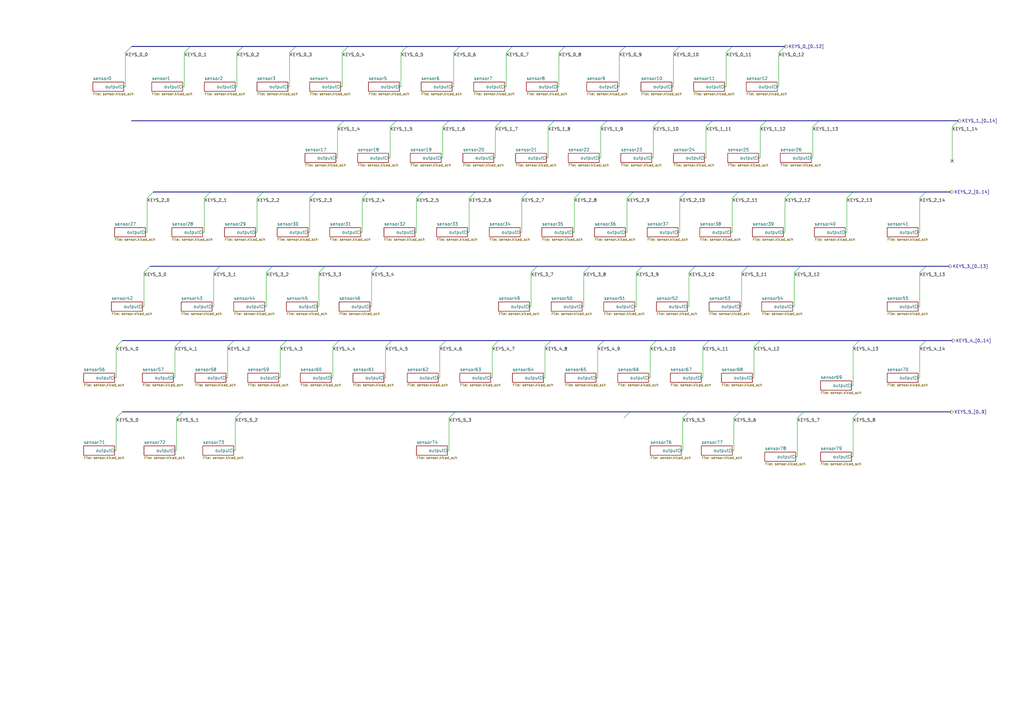
<source format=kicad_sch>
(kicad_sch (version 20230121) (generator eeschema)

  (uuid a6bbef59-6c3c-4c92-acbb-43a0a84e2d27)

  (paper "A3")

  (title_block
    (title "MoonBoard")
  )

  (lib_symbols
  )


  (no_connect (at 390.525 66.04) (uuid 187a5059-57be-4bc9-8f70-61c3c5ca1608))

  (bus_entry (at 75.565 21.59) (size 2.54 -2.54)
    (stroke (width 0) (type default))
    (uuid 0579ed1b-5422-4697-ba24-93dac976474c)
  )
  (bus_entry (at 60.325 81.28) (size 2.54 -2.54)
    (stroke (width 0) (type default))
    (uuid 08825dbb-7332-4d14-a502-b5b25a40a287)
  )
  (bus_entry (at 223.52 142.24) (size 2.54 -2.54)
    (stroke (width 0) (type default))
    (uuid 097c3cd7-f9c7-4149-8ac6-bd879b89203e)
  )
  (bus_entry (at 377.19 111.76) (size 2.54 -2.54)
    (stroke (width 0) (type default))
    (uuid 0bafd6a9-bd1d-459c-8e51-48a6e5fb1b51)
  )
  (bus_entry (at 207.645 21.59) (size 2.54 -2.54)
    (stroke (width 0) (type default))
    (uuid 0d31c2dd-30be-4458-9572-e91459fc279c)
  )
  (bus_entry (at 257.175 81.28) (size 2.54 -2.54)
    (stroke (width 0) (type default))
    (uuid 117e05f8-4b65-432a-a6ab-0a9c3468fca4)
  )
  (bus_entry (at 109.22 111.76) (size 2.54 -2.54)
    (stroke (width 0) (type default))
    (uuid 124c0e55-954e-457e-b805-5825cd7322c3)
  )
  (bus_entry (at 130.81 111.76) (size 2.54 -2.54)
    (stroke (width 0) (type default))
    (uuid 140cf8f4-b32b-40a1-939c-883aec85dc0a)
  )
  (bus_entry (at 390.525 52.07) (size 2.54 -2.54)
    (stroke (width 0) (type default))
    (uuid 1de93ccd-8a36-4474-9045-251eef13aa6d)
  )
  (bus_entry (at 87.63 111.76) (size 2.54 -2.54)
    (stroke (width 0) (type default))
    (uuid 23eaba2b-8947-4904-b1f7-d0becb7b18d0)
  )
  (bus_entry (at 96.52 171.45) (size 2.54 -2.54)
    (stroke (width 0) (type default))
    (uuid 240b17cd-fcf9-4631-9609-1e7cf23c4346)
  )
  (bus_entry (at 266.7 142.24) (size 2.54 -2.54)
    (stroke (width 0) (type default))
    (uuid 27b72856-5696-4ec5-9001-777fd116d4a5)
  )
  (bus_entry (at 349.885 142.24) (size 2.54 -2.54)
    (stroke (width 0) (type default))
    (uuid 2cc2ffbe-3d5a-441f-b479-6bfaa3616cf9)
  )
  (bus_entry (at 276.225 21.59) (size 2.54 -2.54)
    (stroke (width 0) (type default))
    (uuid 305cf9df-3e76-4134-8377-c8cce282b81b)
  )
  (bus_entry (at 180.34 142.24) (size 2.54 -2.54)
    (stroke (width 0) (type default))
    (uuid 35c8df9e-f51d-4123-8865-66a6e0f30ab5)
  )
  (bus_entry (at 213.995 81.28) (size 2.54 -2.54)
    (stroke (width 0) (type default))
    (uuid 38dd7d41-361c-4f6a-9fea-f28429453416)
  )
  (bus_entry (at 136.525 142.24) (size 2.54 -2.54)
    (stroke (width 0) (type default))
    (uuid 3a6ef4da-e0a9-4807-9279-37af03d50910)
  )
  (bus_entry (at 50.165 139.7) (size -2.54 2.54)
    (stroke (width 0) (type default))
    (uuid 3aec82cf-5aa3-4b88-93c6-1b92e0d99d75)
  )
  (bus_entry (at 267.97 52.07) (size 2.54 -2.54)
    (stroke (width 0) (type default))
    (uuid 3c8f2659-c4bc-4559-879f-a52e5ff0bae6)
  )
  (bus_entry (at 83.82 81.28) (size 2.54 -2.54)
    (stroke (width 0) (type default))
    (uuid 3f31452b-dfca-4c5b-9b72-6e0ff9487861)
  )
  (bus_entry (at 114.935 142.24) (size 2.54 -2.54)
    (stroke (width 0) (type default))
    (uuid 3fbc60ca-c721-4430-ba60-e1cbb5ac1829)
  )
  (bus_entry (at 224.79 52.07) (size 2.54 -2.54)
    (stroke (width 0) (type default))
    (uuid 40dbc14f-44f2-45f5-8ae0-12acc42df320)
  )
  (bus_entry (at 319.405 21.59) (size 2.54 -2.54)
    (stroke (width 0) (type default))
    (uuid 41dafc41-641e-45e0-a2d5-d36878ab8ff4)
  )
  (bus_entry (at 300.99 171.45) (size 2.54 -2.54)
    (stroke (width 0) (type default))
    (uuid 442afd03-ac46-4a90-8ba9-e6d43c68481f)
  )
  (bus_entry (at 97.155 21.59) (size 2.54 -2.54)
    (stroke (width 0) (type default))
    (uuid 4648631c-ac5d-4c3a-b6fe-793431e35944)
  )
  (bus_entry (at 59.055 111.76) (size 2.54 -2.54)
    (stroke (width 0) (type default))
    (uuid 4e8f0d65-82ec-49ef-8e88-f220c546d439)
  )
  (bus_entry (at 201.93 142.24) (size 2.54 -2.54)
    (stroke (width 0) (type default))
    (uuid 562fd683-48e8-4d01-b3c2-fb8334e45c15)
  )
  (bus_entry (at 347.345 81.28) (size 2.54 -2.54)
    (stroke (width 0) (type default))
    (uuid 589d0252-6eda-4d3b-9a26-ca6186141a2d)
  )
  (bus_entry (at 288.29 142.24) (size 2.54 -2.54)
    (stroke (width 0) (type default))
    (uuid 64240787-49d1-4007-b57e-872a960ca5ef)
  )
  (bus_entry (at 297.815 21.59) (size 2.54 -2.54)
    (stroke (width 0) (type default))
    (uuid 686cea8f-9876-42cb-b3bb-11a3d3a33216)
  )
  (bus_entry (at 280.035 171.45) (size 2.54 -2.54)
    (stroke (width 0) (type default))
    (uuid 71b8d209-63be-47ca-98c3-74aeef221adc)
  )
  (bus_entry (at 245.11 142.24) (size 2.54 -2.54)
    (stroke (width 0) (type default))
    (uuid 762cbaa2-6157-4928-86a7-4ced30b44484)
  )
  (bus_entry (at 377.19 142.24) (size 2.54 -2.54)
    (stroke (width 0) (type default))
    (uuid 76db46d3-3fda-456c-8dfc-cad3ee9bfe10)
  )
  (bus_entry (at 152.4 111.76) (size 2.54 -2.54)
    (stroke (width 0) (type default))
    (uuid 7762fabd-81d0-4da1-aefd-03b4c03b8ebf)
  )
  (bus_entry (at 333.375 52.07) (size 2.54 -2.54)
    (stroke (width 0) (type default))
    (uuid 78ca1015-9651-41ca-ad76-4cdd5bacd232)
  )
  (bus_entry (at 309.245 142.24) (size 2.54 -2.54)
    (stroke (width 0) (type default))
    (uuid 7a88310d-fe57-4b56-945c-1bd2ff435780)
  )
  (bus_entry (at 311.785 52.07) (size 2.54 -2.54)
    (stroke (width 0) (type default))
    (uuid 7bd93a88-cc5b-426d-940d-a531b60a4286)
  )
  (bus_entry (at 181.61 52.07) (size 2.54 -2.54)
    (stroke (width 0) (type default))
    (uuid 7cebfa05-c177-4633-bcca-a1901a8c1894)
  )
  (bus_entry (at 235.585 81.28) (size 2.54 -2.54)
    (stroke (width 0) (type default))
    (uuid 7fa15ce8-d9f5-495d-9eda-b88f4337ad9f)
  )
  (bus_entry (at 349.885 171.45) (size 2.54 -2.54)
    (stroke (width 0) (type default))
    (uuid 809d85d5-830a-4d8e-93ba-e62b695381f2)
  )
  (bus_entry (at 304.165 111.76) (size 2.54 -2.54)
    (stroke (width 0) (type default))
    (uuid 8b2a4ef4-8a5c-4a44-a244-a05d0f7643ff)
  )
  (bus_entry (at 148.59 81.28) (size 2.54 -2.54)
    (stroke (width 0) (type default))
    (uuid 906fa614-45a0-426c-9f7f-d0399aedf9ed)
  )
  (bus_entry (at 164.465 21.59) (size 2.54 -2.54)
    (stroke (width 0) (type default))
    (uuid 90d054d0-dd37-440d-8d9d-46062a8e4801)
  )
  (bus_entry (at 300.355 81.28) (size 2.54 -2.54)
    (stroke (width 0) (type default))
    (uuid 92be4db0-dacc-4018-be3b-96841355cb74)
  )
  (bus_entry (at 184.15 171.45) (size 2.54 -2.54)
    (stroke (width 0) (type default))
    (uuid 99c258c9-3ed7-49e9-a05e-37dd19fba910)
  )
  (bus_entry (at 327.025 171.45) (size 2.54 -2.54)
    (stroke (width 0) (type default))
    (uuid 9a9c26fb-20dc-4261-9022-f0268bf52e55)
  )
  (bus_entry (at 127 81.28) (size 2.54 -2.54)
    (stroke (width 0) (type default))
    (uuid a0192da9-7bdc-4f49-8c6c-20642f88e9ae)
  )
  (bus_entry (at 140.335 21.59) (size 2.54 -2.54)
    (stroke (width 0) (type default))
    (uuid a234deff-c21b-450f-ad5b-7b75ac33daa4)
  )
  (bus_entry (at 47.625 171.45) (size 2.54 -2.54)
    (stroke (width 0) (type default))
    (uuid a6321b29-83b7-49be-ab32-2b0f18ac5ecb)
  )
  (bus_entry (at 72.39 171.45) (size 2.54 -2.54)
    (stroke (width 0) (type default))
    (uuid a859307c-f32c-4df7-ac65-213c94e1df8f)
  )
  (bus_entry (at 321.945 81.28) (size 2.54 -2.54)
    (stroke (width 0) (type default))
    (uuid ab3e483e-8327-4738-a4d3-75f4d1cee1c0)
  )
  (bus_entry (at 192.405 81.28) (size 2.54 -2.54)
    (stroke (width 0) (type default))
    (uuid aea5328c-eecf-46d6-944c-fa8584aca4ee)
  )
  (bus_entry (at 377.19 81.28) (size 2.54 -2.54)
    (stroke (width 0) (type default))
    (uuid aeea03e2-a4ab-4385-b9a0-ab3668d6c6ea)
  )
  (bus_entry (at 186.055 21.59) (size 2.54 -2.54)
    (stroke (width 0) (type default))
    (uuid b2eec557-f7b2-4cdf-9721-8e2cc9bf3513)
  )
  (bus_entry (at 51.435 21.59) (size 2.54 -2.54)
    (stroke (width 0) (type default))
    (uuid ba2aa845-b58d-4c4e-a6e7-c1eabec254ba)
  )
  (bus_entry (at 138.43 52.07) (size 2.54 -2.54)
    (stroke (width 0) (type default))
    (uuid bee58c7a-b599-47f0-acc4-c0c7de52f524)
  )
  (bus_entry (at 239.395 111.76) (size 2.54 -2.54)
    (stroke (width 0) (type default))
    (uuid c20eec41-c4a0-4a4f-8c8b-2b4595124a0e)
  )
  (bus_entry (at 229.235 21.59) (size 2.54 -2.54)
    (stroke (width 0) (type default))
    (uuid c584401c-69af-4b85-9749-1ed006ee2342)
  )
  (bus_entry (at 278.765 81.28) (size 2.54 -2.54)
    (stroke (width 0) (type default))
    (uuid c6cd925a-8cb8-46ff-a660-9eb8cf105325)
  )
  (bus_entry (at 93.345 142.24) (size 2.54 -2.54)
    (stroke (width 0) (type default))
    (uuid c92a8a92-2790-4341-adbb-b6306512584c)
  )
  (bus_entry (at 282.575 111.76) (size 2.54 -2.54)
    (stroke (width 0) (type default))
    (uuid cdb70885-94ca-41e3-8ae2-b8cd8266aa72)
  )
  (bus_entry (at 217.805 111.76) (size 2.54 -2.54)
    (stroke (width 0) (type default))
    (uuid d521e17e-d79d-4838-a205-5ab8f3fb3fc3)
  )
  (bus_entry (at 160.02 52.07) (size 2.54 -2.54)
    (stroke (width 0) (type default))
    (uuid d961b247-5f8f-49a6-bf68-a1cfadbe6727)
  )
  (bus_entry (at 325.755 111.76) (size 2.54 -2.54)
    (stroke (width 0) (type default))
    (uuid ddb96a1c-4519-4b1a-a647-205157ad7b50)
  )
  (bus_entry (at 254 21.59) (size 2.54 -2.54)
    (stroke (width 0) (type default))
    (uuid e1023d5f-ac55-451b-badb-f9ff630ff027)
  )
  (bus_entry (at 105.41 81.28) (size 2.54 -2.54)
    (stroke (width 0) (type default))
    (uuid e16caa25-d547-4e6a-821c-b506a265b606)
  )
  (bus_entry (at 260.985 111.76) (size 2.54 -2.54)
    (stroke (width 0) (type default))
    (uuid e6ac0299-791b-444a-9f38-42f9a108d36d)
  )
  (bus_entry (at 71.755 142.24) (size 2.54 -2.54)
    (stroke (width 0) (type default))
    (uuid ea2ddc2c-6b2c-4759-97fe-1ead530c03db)
  )
  (bus_entry (at 203.2 52.07) (size 2.54 -2.54)
    (stroke (width 0) (type default))
    (uuid ea4162b3-23c5-4df4-b298-74b59e7cae67)
  )
  (bus_entry (at 289.56 52.07) (size 2.54 -2.54)
    (stroke (width 0) (type default))
    (uuid f1b03bc2-d5e2-4f98-8c22-f5562fa8d49e)
  )
  (bus_entry (at 158.115 142.24) (size 2.54 -2.54)
    (stroke (width 0) (type default))
    (uuid f246335a-04af-43a0-88be-61211954411f)
  )
  (bus_entry (at 118.745 21.59) (size 2.54 -2.54)
    (stroke (width 0) (type default))
    (uuid f661d833-8f92-45c6-b99f-51e517a41bd1)
  )
  (bus_entry (at 246.38 52.07) (size 2.54 -2.54)
    (stroke (width 0) (type default))
    (uuid f6bfd088-61c8-403d-9daf-ca2406305747)
  )
  (bus_entry (at 170.815 81.28) (size 2.54 -2.54)
    (stroke (width 0) (type default))
    (uuid f73fd2f4-dde8-4426-b3e6-9bcee07164d2)
  )
  (bus_entry (at 255.905 171.45) (size 2.54 -2.54)
    (stroke (width 0) (type default))
    (uuid fb40482d-82aa-498a-94cf-5ebca97e148c)
  )

  (wire (pts (xy 109.22 125.73) (xy 109.22 111.76))
    (stroke (width 0) (type default))
    (uuid 00247e33-518a-42c9-9d28-5d3978bfbcc5)
  )
  (wire (pts (xy 229.235 21.59) (xy 229.235 35.56))
    (stroke (width 0) (type default))
    (uuid 004d27b6-311e-4b83-82ea-924aaccdba20)
  )
  (wire (pts (xy 300.99 184.785) (xy 300.99 171.45))
    (stroke (width 0) (type default))
    (uuid 01b77f32-a275-4099-98d6-0781482a7c9a)
  )
  (bus (pts (xy 352.425 168.91) (xy 389.89 168.91))
    (stroke (width 0) (type default))
    (uuid 01c74e89-add8-4cce-ad71-aec48fa46394)
  )
  (bus (pts (xy 133.35 109.22) (xy 154.94 109.22))
    (stroke (width 0) (type default))
    (uuid 041a175d-2a74-4d7f-8106-19b650170d07)
  )
  (bus (pts (xy 226.06 139.7) (xy 247.65 139.7))
    (stroke (width 0) (type default))
    (uuid 0658f55f-3420-49a6-9ffc-74faf4ba9169)
  )

  (wire (pts (xy 349.25 158.115) (xy 349.885 158.115))
    (stroke (width 0) (type default))
    (uuid 079b4668-cdc4-4370-b791-4f26ae4d485f)
  )
  (wire (pts (xy 326.39 187.325) (xy 327.025 187.325))
    (stroke (width 0) (type default))
    (uuid 07ce04bf-07c1-4d49-83eb-5a863f3bcc61)
  )
  (bus (pts (xy 194.945 78.74) (xy 216.535 78.74))
    (stroke (width 0) (type default))
    (uuid 0898bd75-f4f5-4709-8e58-4eb2beb7b2a3)
  )

  (wire (pts (xy 114.3 154.94) (xy 114.935 154.94))
    (stroke (width 0) (type default))
    (uuid 08b96920-56c9-44cf-8b4e-452691b0f80c)
  )
  (wire (pts (xy 223.52 154.94) (xy 223.52 142.24))
    (stroke (width 0) (type default))
    (uuid 0b0c94ed-99ba-4666-a7f7-1a5d61471a54)
  )
  (bus (pts (xy 329.565 168.91) (xy 303.53 168.91))
    (stroke (width 0) (type default))
    (uuid 0b64286e-3c6e-4f19-b007-852a85673a62)
  )

  (wire (pts (xy 224.155 64.77) (xy 224.79 64.77))
    (stroke (width 0) (type default))
    (uuid 0b6cfaaa-3a9f-431a-a8af-ed1ddfd904de)
  )
  (bus (pts (xy 303.53 168.91) (xy 282.575 168.91))
    (stroke (width 0) (type default))
    (uuid 0b719124-31b6-4e81-9b43-424e1d354f37)
  )

  (wire (pts (xy 201.93 154.94) (xy 201.93 142.24))
    (stroke (width 0) (type default))
    (uuid 0f0b84de-0f3b-439e-8ba4-c9b3ada2da01)
  )
  (wire (pts (xy 47.625 142.24) (xy 47.625 154.94))
    (stroke (width 0) (type default))
    (uuid 0f6f5820-c1a4-4c55-bdd1-beb738a91d21)
  )
  (wire (pts (xy 234.95 95.25) (xy 235.585 95.25))
    (stroke (width 0) (type default))
    (uuid 0f8366a2-6049-4b13-b846-448f3e5bb954)
  )
  (wire (pts (xy 96.52 184.785) (xy 96.52 171.45))
    (stroke (width 0) (type default))
    (uuid 111cae9f-2b43-47f0-a597-55d8104ab152)
  )
  (bus (pts (xy 324.485 78.74) (xy 349.885 78.74))
    (stroke (width 0) (type default))
    (uuid 11eb5dc9-3c0a-47ff-a608-b315b90c0e4c)
  )

  (wire (pts (xy 280.035 184.785) (xy 280.035 171.45))
    (stroke (width 0) (type default))
    (uuid 1530bc17-d85d-4e19-8726-3b7e8e1ea2e7)
  )
  (bus (pts (xy 248.92 49.53) (xy 270.51 49.53))
    (stroke (width 0) (type default))
    (uuid 15d80c08-77c6-466b-855c-33b7c3fb34b4)
  )

  (wire (pts (xy 105.41 81.28) (xy 105.41 95.25))
    (stroke (width 0) (type default))
    (uuid 170b2e6e-8ab3-4f96-895f-6c919fe826e2)
  )
  (wire (pts (xy 158.115 154.94) (xy 158.115 142.24))
    (stroke (width 0) (type default))
    (uuid 18b77bb5-20a1-4d3a-abf6-71a1860f21aa)
  )
  (bus (pts (xy 121.285 19.05) (xy 142.875 19.05))
    (stroke (width 0) (type default))
    (uuid 18cf6ac2-34f0-48e1-bb4d-c196913f0ddc)
  )

  (wire (pts (xy 180.975 64.77) (xy 181.61 64.77))
    (stroke (width 0) (type default))
    (uuid 1ac7d909-74d4-479b-81d8-ae9d9998d4b4)
  )
  (wire (pts (xy 228.6 35.56) (xy 229.235 35.56))
    (stroke (width 0) (type default))
    (uuid 1c76bffb-efe9-4400-9223-c06b071eee7f)
  )
  (bus (pts (xy 278.765 19.05) (xy 300.355 19.05))
    (stroke (width 0) (type default))
    (uuid 1ce8f775-74d9-4dbc-a9e0-f3d753c531b0)
  )

  (wire (pts (xy 224.79 64.77) (xy 224.79 52.07))
    (stroke (width 0) (type default))
    (uuid 1d07e59d-c012-4c39-b2b7-d64054011f87)
  )
  (wire (pts (xy 152.4 111.76) (xy 152.4 125.73))
    (stroke (width 0) (type default))
    (uuid 1d7d1f52-6df7-4e1b-b353-0992b95839a5)
  )
  (wire (pts (xy 246.38 52.07) (xy 246.38 64.77))
    (stroke (width 0) (type default))
    (uuid 1eacb244-dfe7-4141-976a-a5a26cd93716)
  )
  (wire (pts (xy 267.335 64.77) (xy 267.97 64.77))
    (stroke (width 0) (type default))
    (uuid 20ed3cbd-6d39-4574-beb7-9b4eb8633f27)
  )
  (wire (pts (xy 147.955 95.25) (xy 148.59 95.25))
    (stroke (width 0) (type default))
    (uuid 22ce9386-2d9e-4075-9080-40d9b946e6fb)
  )
  (wire (pts (xy 213.995 95.25) (xy 213.995 81.28))
    (stroke (width 0) (type default))
    (uuid 23b089ec-4bae-4959-aab1-f7e8cbfa67a5)
  )
  (bus (pts (xy 86.36 78.74) (xy 107.95 78.74))
    (stroke (width 0) (type default))
    (uuid 245610d2-8534-4bdf-a382-8c89657fa62c)
  )
  (bus (pts (xy 231.775 19.05) (xy 256.54 19.05))
    (stroke (width 0) (type default))
    (uuid 2bdad60b-b458-459b-8cc1-de10acf7eba1)
  )
  (bus (pts (xy 281.305 78.74) (xy 302.895 78.74))
    (stroke (width 0) (type default))
    (uuid 2bfa28ca-d088-45ef-b93d-58b9ec2317dd)
  )
  (bus (pts (xy 111.76 109.22) (xy 133.35 109.22))
    (stroke (width 0) (type default))
    (uuid 2c65ac17-29d4-4d8d-87a9-c6ecf2d25d5b)
  )

  (wire (pts (xy 376.555 125.73) (xy 377.19 125.73))
    (stroke (width 0) (type default))
    (uuid 2d1406c7-1c78-4f71-98bd-206175acfaff)
  )
  (wire (pts (xy 376.555 95.25) (xy 377.19 95.25))
    (stroke (width 0) (type default))
    (uuid 2d606884-5794-47ed-b383-1540c8969cc1)
  )
  (bus (pts (xy 263.525 109.22) (xy 285.115 109.22))
    (stroke (width 0) (type default))
    (uuid 2e57d8b5-3f44-485b-bcf9-766113898d88)
  )

  (wire (pts (xy 46.99 154.94) (xy 47.625 154.94))
    (stroke (width 0) (type default))
    (uuid 2e66083b-410c-4191-8f4f-1f7e9b268e13)
  )
  (wire (pts (xy 222.885 154.94) (xy 223.52 154.94))
    (stroke (width 0) (type default))
    (uuid 30cc0c67-c726-4a39-9b62-a25b55a729de)
  )
  (wire (pts (xy 321.945 95.25) (xy 321.945 81.28))
    (stroke (width 0) (type default))
    (uuid 310bb5bc-87bd-4f02-a394-ffd9e77d0339)
  )
  (wire (pts (xy 180.34 154.94) (xy 180.34 142.24))
    (stroke (width 0) (type default))
    (uuid 3345afcf-f6ba-489f-8452-6ae1c3978864)
  )
  (wire (pts (xy 203.2 64.77) (xy 203.2 52.07))
    (stroke (width 0) (type default))
    (uuid 338b7609-df5e-4d8c-99e1-0eddbdb27e13)
  )
  (wire (pts (xy 95.885 184.785) (xy 96.52 184.785))
    (stroke (width 0) (type default))
    (uuid 33b4edce-d796-42be-9b55-9e95827bf0dd)
  )
  (bus (pts (xy 53.975 49.53) (xy 140.97 49.53))
    (stroke (width 0) (type default))
    (uuid 3572a478-1f98-4bcc-978a-dfcd4070bfd8)
  )

  (wire (pts (xy 86.995 125.73) (xy 87.63 125.73))
    (stroke (width 0) (type default))
    (uuid 363b34ce-18c9-4919-b049-7f9d2367d6ad)
  )
  (wire (pts (xy 275.59 35.56) (xy 276.225 35.56))
    (stroke (width 0) (type default))
    (uuid 36458cbc-6029-400d-b046-274b029b1e31)
  )
  (wire (pts (xy 170.815 95.25) (xy 170.815 81.28))
    (stroke (width 0) (type default))
    (uuid 368772be-11a0-4c4f-8743-15583967b3b9)
  )
  (wire (pts (xy 311.785 52.07) (xy 311.785 64.77))
    (stroke (width 0) (type default))
    (uuid 390323f5-57bd-4aa6-954f-9c769c6ef266)
  )
  (wire (pts (xy 282.575 111.76) (xy 282.575 125.73))
    (stroke (width 0) (type default))
    (uuid 39b22688-4b94-4c3b-92e9-f5ebf78f25df)
  )
  (bus (pts (xy 90.17 109.22) (xy 111.76 109.22))
    (stroke (width 0) (type default))
    (uuid 3abad5cc-25fa-4113-9e61-34257e473c17)
  )
  (bus (pts (xy 62.865 78.74) (xy 86.36 78.74))
    (stroke (width 0) (type default))
    (uuid 3bd10213-c739-4b35-b055-600bf348b3be)
  )

  (wire (pts (xy 347.345 95.25) (xy 347.345 81.28))
    (stroke (width 0) (type default))
    (uuid 3c1b5155-a355-4c16-9ea8-229f28326e64)
  )
  (bus (pts (xy 256.54 19.05) (xy 278.765 19.05))
    (stroke (width 0) (type default))
    (uuid 3e1c23bf-3de8-4994-8700-c6b5786e6a66)
  )

  (wire (pts (xy 245.745 64.77) (xy 246.38 64.77))
    (stroke (width 0) (type default))
    (uuid 414dd3f4-80ae-44fe-a553-298accafc134)
  )
  (wire (pts (xy 253.365 35.56) (xy 254 35.56))
    (stroke (width 0) (type default))
    (uuid 4431e162-4dbb-41af-a314-623863635ee1)
  )
  (bus (pts (xy 74.93 168.91) (xy 50.165 168.91))
    (stroke (width 0) (type default))
    (uuid 45b76bc1-2716-4009-baeb-96d0a002cb7f)
  )
  (bus (pts (xy 300.355 19.05) (xy 321.945 19.05))
    (stroke (width 0) (type default))
    (uuid 45bcf110-c1d4-4868-a82d-71aa333c3352)
  )

  (wire (pts (xy 159.385 64.77) (xy 160.02 64.77))
    (stroke (width 0) (type default))
    (uuid 46e83d98-cf68-47cd-9abc-4c6d7e830e88)
  )
  (wire (pts (xy 97.155 21.59) (xy 97.155 35.56))
    (stroke (width 0) (type default))
    (uuid 4761f840-f89c-48a1-8958-2a399390fdab)
  )
  (wire (pts (xy 184.15 184.785) (xy 184.15 171.45))
    (stroke (width 0) (type default))
    (uuid 481778d9-dffa-44fc-9963-ba22a283f940)
  )
  (wire (pts (xy 297.18 35.56) (xy 297.815 35.56))
    (stroke (width 0) (type default))
    (uuid 4a501e8c-0c5e-418d-8728-79d45f035484)
  )
  (wire (pts (xy 127 95.25) (xy 127 81.28))
    (stroke (width 0) (type default))
    (uuid 4c3ad7d8-80e7-4192-95ad-a5e0bf303378)
  )
  (bus (pts (xy 216.535 78.74) (xy 238.125 78.74))
    (stroke (width 0) (type default))
    (uuid 4e31e642-f69b-4f2b-a2c3-46e9c3294e18)
  )

  (wire (pts (xy 74.93 35.56) (xy 75.565 35.56))
    (stroke (width 0) (type default))
    (uuid 4eccea33-3394-4234-87d5-4e41938db7dc)
  )
  (wire (pts (xy 349.885 158.115) (xy 349.885 142.24))
    (stroke (width 0) (type default))
    (uuid 4f766120-e34e-4f15-bb17-aff540360881)
  )
  (wire (pts (xy 349.885 171.45) (xy 349.885 187.325))
    (stroke (width 0) (type default))
    (uuid 4fbcf665-3f4a-458e-8465-b9ed77a78616)
  )
  (wire (pts (xy 213.36 95.25) (xy 213.995 95.25))
    (stroke (width 0) (type default))
    (uuid 504cfaa0-91bf-4692-9eab-63f0da005cc2)
  )
  (wire (pts (xy 276.225 21.59) (xy 276.225 35.56))
    (stroke (width 0) (type default))
    (uuid 510ca3ef-ff67-4321-aaf1-2be3f2976ebe)
  )
  (bus (pts (xy 160.655 139.7) (xy 182.88 139.7))
    (stroke (width 0) (type default))
    (uuid 5556695a-29e9-40ee-ba3b-f590c001ed19)
  )

  (wire (pts (xy 183.515 184.785) (xy 184.15 184.785))
    (stroke (width 0) (type default))
    (uuid 557edbe6-92a8-4072-94ef-a246ba78a2f3)
  )
  (wire (pts (xy 185.42 35.56) (xy 186.055 35.56))
    (stroke (width 0) (type default))
    (uuid 56df385e-0d8a-4f90-802c-f174a89f5ca0)
  )
  (bus (pts (xy 290.83 139.7) (xy 311.785 139.7))
    (stroke (width 0) (type default))
    (uuid 58f51caa-c6bd-4e97-9fe1-693b39ba0d12)
  )

  (wire (pts (xy 186.055 21.59) (xy 186.055 35.56))
    (stroke (width 0) (type default))
    (uuid 59ac1ca4-1877-4b9e-8f45-33edebc93517)
  )
  (wire (pts (xy 114.935 154.94) (xy 114.935 142.24))
    (stroke (width 0) (type default))
    (uuid 5a847ed1-1ba5-438f-90c0-82e05533967a)
  )
  (wire (pts (xy 299.72 95.25) (xy 300.355 95.25))
    (stroke (width 0) (type default))
    (uuid 6074ae75-0e5e-4ea6-8aa8-5c59fd87e446)
  )
  (bus (pts (xy 162.56 49.53) (xy 184.15 49.53))
    (stroke (width 0) (type default))
    (uuid 60d03ccb-07cc-44d2-8438-05a8d36e695e)
  )
  (bus (pts (xy 349.885 78.74) (xy 379.73 78.74))
    (stroke (width 0) (type default))
    (uuid 6156885b-8b81-4992-98f8-94a592a7d326)
  )

  (wire (pts (xy 279.4 184.785) (xy 280.035 184.785))
    (stroke (width 0) (type default))
    (uuid 6196b51b-5d0a-49d7-8076-3557b48de3f1)
  )
  (wire (pts (xy 148.59 81.28) (xy 148.59 95.25))
    (stroke (width 0) (type default))
    (uuid 61a5c3f7-a598-47d6-967b-c8f8b0233dd9)
  )
  (wire (pts (xy 93.345 154.94) (xy 93.345 142.24))
    (stroke (width 0) (type default))
    (uuid 6406dbe6-4eac-451e-9d5a-17367703664d)
  )
  (wire (pts (xy 327.025 171.45) (xy 327.025 187.325))
    (stroke (width 0) (type default))
    (uuid 66056743-2c3c-44db-8015-f946a86b1db6)
  )
  (bus (pts (xy 99.695 19.05) (xy 121.285 19.05))
    (stroke (width 0) (type default))
    (uuid 66571ebd-07a2-4ab2-9e54-5de1ee3b6a87)
  )

  (wire (pts (xy 50.8 35.56) (xy 51.435 35.56))
    (stroke (width 0) (type default))
    (uuid 6658372a-1da1-4549-88a6-09bfd7e800a1)
  )
  (wire (pts (xy 235.585 95.25) (xy 235.585 81.28))
    (stroke (width 0) (type default))
    (uuid 66a699fc-e36a-40f7-bb28-6d720e9ae6c6)
  )
  (wire (pts (xy 151.765 125.73) (xy 152.4 125.73))
    (stroke (width 0) (type default))
    (uuid 6795c830-c3f6-4b09-9880-f95ccef64af4)
  )
  (bus (pts (xy 117.475 139.7) (xy 139.065 139.7))
    (stroke (width 0) (type default))
    (uuid 67f5812b-cd2e-475b-9560-680c40fcb203)
  )
  (bus (pts (xy 74.295 139.7) (xy 95.885 139.7))
    (stroke (width 0) (type default))
    (uuid 68330f4e-d698-45a3-88dc-cc5fb867f99c)
  )

  (wire (pts (xy 288.925 64.77) (xy 289.56 64.77))
    (stroke (width 0) (type default))
    (uuid 6889e752-ea8d-4e4f-809d-23710463b9b1)
  )
  (wire (pts (xy 164.465 21.59) (xy 164.465 35.56))
    (stroke (width 0) (type default))
    (uuid 6b12f064-7f55-4137-8d32-eee1a89dd3a9)
  )
  (bus (pts (xy 184.15 49.53) (xy 205.74 49.53))
    (stroke (width 0) (type default))
    (uuid 6f63a59a-a46a-441b-97db-5286d0387be8)
  )

  (wire (pts (xy 72.39 184.785) (xy 72.39 171.45))
    (stroke (width 0) (type default))
    (uuid 705425f3-51f1-4eac-b6be-63cc45a25eb4)
  )
  (bus (pts (xy 220.345 109.22) (xy 241.935 109.22))
    (stroke (width 0) (type default))
    (uuid 71d2f206-edef-4ba3-9127-9de04c272342)
  )
  (bus (pts (xy 95.885 139.7) (xy 117.475 139.7))
    (stroke (width 0) (type default))
    (uuid 729c8b4f-634e-4fb9-9e97-d6717e1c361c)
  )
  (bus (pts (xy 302.895 78.74) (xy 324.485 78.74))
    (stroke (width 0) (type default))
    (uuid 73ae5142-fa30-497b-a89b-f004356a1749)
  )

  (wire (pts (xy 135.89 154.94) (xy 136.525 154.94))
    (stroke (width 0) (type default))
    (uuid 73c8e5fc-98a6-41c5-9b1f-4da15c46c5cf)
  )
  (bus (pts (xy 258.445 168.91) (xy 186.69 168.91))
    (stroke (width 0) (type default))
    (uuid 747d52d1-11b9-4e51-b75e-8196ebaeb452)
  )

  (wire (pts (xy 278.765 95.25) (xy 278.765 81.28))
    (stroke (width 0) (type default))
    (uuid 755edafe-ace6-4b8f-8c2c-442af02c421e)
  )
  (wire (pts (xy 192.405 95.25) (xy 192.405 81.28))
    (stroke (width 0) (type default))
    (uuid 75da7296-1803-4cc2-84fb-d885dc75d7ff)
  )
  (wire (pts (xy 332.74 64.77) (xy 333.375 64.77))
    (stroke (width 0) (type default))
    (uuid 78095a8a-88fc-4c88-85ee-f2cc37a4e1cf)
  )
  (wire (pts (xy 170.18 95.25) (xy 170.815 95.25))
    (stroke (width 0) (type default))
    (uuid 79f52c18-fde0-4524-aad9-725b72bba12b)
  )
  (wire (pts (xy 303.53 125.73) (xy 304.165 125.73))
    (stroke (width 0) (type default))
    (uuid 7aca0e68-bf7c-45a4-8696-100888273e9a)
  )
  (wire (pts (xy 139.7 35.56) (xy 140.335 35.56))
    (stroke (width 0) (type default))
    (uuid 7b6bbc94-0d0e-44b5-bfdf-ac3ebbf25164)
  )
  (wire (pts (xy 217.805 111.76) (xy 217.805 125.73))
    (stroke (width 0) (type default))
    (uuid 80b95469-2005-48d4-9283-de370c12ac10)
  )
  (bus (pts (xy 227.33 49.53) (xy 248.92 49.53))
    (stroke (width 0) (type default))
    (uuid 84133d54-fac5-4794-93ff-316fa10fc993)
  )

  (wire (pts (xy 207.01 35.56) (xy 207.645 35.56))
    (stroke (width 0) (type default))
    (uuid 84dfce51-446f-40f1-b1c8-bbe299b3efdf)
  )
  (wire (pts (xy 136.525 154.94) (xy 136.525 142.24))
    (stroke (width 0) (type default))
    (uuid 85149812-22e5-4bb3-bf28-ac83ea16e928)
  )
  (bus (pts (xy 282.575 168.91) (xy 258.445 168.91))
    (stroke (width 0) (type default))
    (uuid 86957a49-58fd-4d5c-b1e5-ed34cfa16569)
  )

  (wire (pts (xy 104.775 95.25) (xy 105.41 95.25))
    (stroke (width 0) (type default))
    (uuid 87e34e7b-fcf1-45b7-8fb0-dcbd3b1e1d40)
  )
  (bus (pts (xy 78.105 19.05) (xy 99.695 19.05))
    (stroke (width 0) (type default))
    (uuid 89adcb1a-f2c7-43d0-94dd-ca9465cc77e2)
  )
  (bus (pts (xy 186.69 168.91) (xy 99.06 168.91))
    (stroke (width 0) (type default))
    (uuid 8b4f74a3-5eb3-4093-a72d-cdb345124821)
  )

  (wire (pts (xy 51.435 21.59) (xy 51.435 35.56))
    (stroke (width 0) (type default))
    (uuid 8e344616-609d-481f-92e8-a5ebbaa6305a)
  )
  (bus (pts (xy 238.125 78.74) (xy 259.715 78.74))
    (stroke (width 0) (type default))
    (uuid 8f21ddc4-9a61-4d41-a7c4-b84908f74c66)
  )

  (wire (pts (xy 266.065 154.94) (xy 266.7 154.94))
    (stroke (width 0) (type default))
    (uuid 8f4caa11-f1fb-43ac-ba30-6c1b6527940f)
  )
  (bus (pts (xy 129.54 78.74) (xy 151.13 78.74))
    (stroke (width 0) (type default))
    (uuid 8f7d8455-2e74-4ee8-a86f-a06bbb9488f2)
  )

  (wire (pts (xy 390.525 66.04) (xy 390.525 52.07))
    (stroke (width 0) (type default))
    (uuid 8ff5c6be-31d4-4dfa-b1d0-9cc5efe6795b)
  )
  (wire (pts (xy 130.175 125.73) (xy 130.81 125.73))
    (stroke (width 0) (type default))
    (uuid 900c43ed-081e-4890-954d-cdb0da9d05a0)
  )
  (bus (pts (xy 139.065 139.7) (xy 160.655 139.7))
    (stroke (width 0) (type default))
    (uuid 903bab50-b45d-4af6-bae9-c8a0b017df23)
  )

  (wire (pts (xy 278.13 95.25) (xy 278.765 95.25))
    (stroke (width 0) (type default))
    (uuid 9135782e-f397-45e9-89c3-c229127a8f7f)
  )
  (bus (pts (xy 151.13 78.74) (xy 173.355 78.74))
    (stroke (width 0) (type default))
    (uuid 94d0f737-a212-460a-a00d-c529d79c5ed6)
  )

  (wire (pts (xy 377.19 111.76) (xy 377.19 125.73))
    (stroke (width 0) (type default))
    (uuid 94dab910-00eb-435a-a9b8-bdd36921abfc)
  )
  (bus (pts (xy 210.185 19.05) (xy 231.775 19.05))
    (stroke (width 0) (type default))
    (uuid 99c974c9-e294-494d-bd1e-920096b3b80d)
  )

  (wire (pts (xy 239.395 111.76) (xy 239.395 125.73))
    (stroke (width 0) (type default))
    (uuid 9c0d9cf2-3a99-456d-a3f1-f45b8c3f44fd)
  )
  (wire (pts (xy 266.7 154.94) (xy 266.7 142.24))
    (stroke (width 0) (type default))
    (uuid 9cd4664f-54ba-429a-83fa-29f713228b0f)
  )
  (bus (pts (xy 142.875 19.05) (xy 167.005 19.05))
    (stroke (width 0) (type default))
    (uuid 9f8f0592-39bc-495a-a3d6-59b817036f48)
  )
  (bus (pts (xy 379.73 139.7) (xy 390.525 139.7))
    (stroke (width 0) (type default))
    (uuid a080c011-43d0-4932-9959-2d6e21f153f9)
  )
  (bus (pts (xy 352.425 139.7) (xy 379.73 139.7))
    (stroke (width 0) (type default))
    (uuid a0c0cf82-6c9b-4c88-b23b-93d1d1a47624)
  )
  (bus (pts (xy 173.355 78.74) (xy 194.945 78.74))
    (stroke (width 0) (type default))
    (uuid a12528c2-c37b-447f-a216-6a63c50b9dba)
  )

  (wire (pts (xy 311.15 64.77) (xy 311.785 64.77))
    (stroke (width 0) (type default))
    (uuid a13035bd-d7a9-4e0f-8fcf-b6b05283f157)
  )
  (bus (pts (xy 379.73 109.22) (xy 389.255 109.22))
    (stroke (width 0) (type default))
    (uuid a3b50edf-45bd-4473-abf2-b388a3b9b1af)
  )

  (wire (pts (xy 256.54 95.25) (xy 257.175 95.25))
    (stroke (width 0) (type default))
    (uuid a3c4ffb8-5e0e-4102-95d3-d66280b5a545)
  )
  (wire (pts (xy 140.335 21.59) (xy 140.335 35.56))
    (stroke (width 0) (type default))
    (uuid a4be281a-d6a9-4e40-a70b-4173968add56)
  )
  (bus (pts (xy 352.425 168.91) (xy 329.565 168.91))
    (stroke (width 0) (type default))
    (uuid a5651266-6299-46e9-9dbc-f5dc29ce9dfd)
  )
  (bus (pts (xy 311.785 139.7) (xy 352.425 139.7))
    (stroke (width 0) (type default))
    (uuid a5d0395e-e00b-45e4-8677-b00f7dadcc49)
  )

  (wire (pts (xy 304.165 125.73) (xy 304.165 111.76))
    (stroke (width 0) (type default))
    (uuid a62151b6-5e2f-43fc-b565-ab3072f0fb4e)
  )
  (wire (pts (xy 83.185 95.25) (xy 83.82 95.25))
    (stroke (width 0) (type default))
    (uuid a6e1f1b9-f9ff-4258-9ed0-23b4e5ac3e69)
  )
  (wire (pts (xy 92.71 154.94) (xy 93.345 154.94))
    (stroke (width 0) (type default))
    (uuid a6f13d72-5154-4821-b0db-f416b503bea6)
  )
  (bus (pts (xy 285.115 109.22) (xy 306.705 109.22))
    (stroke (width 0) (type default))
    (uuid a7fd86e2-0f2e-4aed-9464-f4f6a280b2d7)
  )

  (wire (pts (xy 281.94 125.73) (xy 282.575 125.73))
    (stroke (width 0) (type default))
    (uuid a848b223-e22b-4a6c-bb9e-72bab4f12f0f)
  )
  (bus (pts (xy 188.595 19.05) (xy 210.185 19.05))
    (stroke (width 0) (type default))
    (uuid ad4a3f1a-e328-4182-a1bd-2219faacdfbf)
  )

  (wire (pts (xy 238.76 125.73) (xy 239.395 125.73))
    (stroke (width 0) (type default))
    (uuid aded4a63-4e7f-40ab-9bfb-39731b340193)
  )
  (bus (pts (xy 61.595 109.22) (xy 90.17 109.22))
    (stroke (width 0) (type default))
    (uuid ae3424e7-150e-4ee3-a3cc-ec8f523cfbc1)
  )
  (bus (pts (xy 167.005 19.05) (xy 188.595 19.05))
    (stroke (width 0) (type default))
    (uuid ae61fa2b-a1d4-414f-81a7-f39fab904758)
  )
  (bus (pts (xy 140.97 49.53) (xy 162.56 49.53))
    (stroke (width 0) (type default))
    (uuid ae8295a3-0aa1-44a0-a4ca-e840b043e389)
  )
  (bus (pts (xy 182.88 139.7) (xy 204.47 139.7))
    (stroke (width 0) (type default))
    (uuid b010897b-2f25-4183-85d0-dbb463f83ea8)
  )
  (bus (pts (xy 205.74 49.53) (xy 227.33 49.53))
    (stroke (width 0) (type default))
    (uuid b10ba268-bdf9-4241-9551-81e339f9c503)
  )

  (wire (pts (xy 300.355 95.25) (xy 300.355 81.28))
    (stroke (width 0) (type default))
    (uuid b1d0cd68-7cb7-4c6b-8016-82156c5c7e1f)
  )
  (wire (pts (xy 319.405 21.59) (xy 319.405 35.56))
    (stroke (width 0) (type default))
    (uuid b36129eb-d4e8-4b5a-8d6b-d05d7f37c894)
  )
  (wire (pts (xy 96.52 35.56) (xy 97.155 35.56))
    (stroke (width 0) (type default))
    (uuid b396a92c-2ec8-4654-bcef-85a53372e40b)
  )
  (wire (pts (xy 59.055 111.76) (xy 59.055 125.73))
    (stroke (width 0) (type default))
    (uuid b43076d6-e455-4fc1-aac2-fb17b5073d26)
  )
  (wire (pts (xy 118.11 35.56) (xy 118.745 35.56))
    (stroke (width 0) (type default))
    (uuid b514fb96-f42c-4a82-ad91-6eec83360dc0)
  )
  (bus (pts (xy 259.715 78.74) (xy 281.305 78.74))
    (stroke (width 0) (type default))
    (uuid b5175c23-905f-4303-8cc8-a96552bd0a6f)
  )

  (wire (pts (xy 309.245 154.94) (xy 309.245 142.24))
    (stroke (width 0) (type default))
    (uuid b54368f5-4231-4bf7-b5c9-9b6d143b38cb)
  )
  (wire (pts (xy 60.325 81.28) (xy 60.325 95.25))
    (stroke (width 0) (type default))
    (uuid b552f20a-345e-48a2-9dea-d6d442521244)
  )
  (bus (pts (xy 314.325 49.53) (xy 335.915 49.53))
    (stroke (width 0) (type default))
    (uuid b7f7a640-6509-41ef-8ec5-6a08fe2092d2)
  )
  (bus (pts (xy 107.95 78.74) (xy 129.54 78.74))
    (stroke (width 0) (type default))
    (uuid b8d13b40-864d-4cc6-8046-2aaca471a7ee)
  )
  (bus (pts (xy 335.915 49.53) (xy 393.065 49.53))
    (stroke (width 0) (type default))
    (uuid b9528d38-c186-4c55-93f1-73f6628edb50)
  )
  (bus (pts (xy 328.295 109.22) (xy 379.73 109.22))
    (stroke (width 0) (type default))
    (uuid ba2faac6-e335-4e03-971c-c132b02ffd4a)
  )

  (wire (pts (xy 288.29 142.24) (xy 288.29 154.94))
    (stroke (width 0) (type default))
    (uuid bafef977-ee03-405d-a68f-18475e663c3c)
  )
  (wire (pts (xy 137.795 64.77) (xy 138.43 64.77))
    (stroke (width 0) (type default))
    (uuid bf983804-a16e-431c-afb2-de5fea55832c)
  )
  (wire (pts (xy 118.745 21.59) (xy 118.745 35.56))
    (stroke (width 0) (type default))
    (uuid c00e317d-243c-45ee-b687-bdce01f7079e)
  )
  (wire (pts (xy 201.295 154.94) (xy 201.93 154.94))
    (stroke (width 0) (type default))
    (uuid c14dc2a7-3681-47f3-8d10-efe142eeb600)
  )
  (wire (pts (xy 126.365 95.25) (xy 127 95.25))
    (stroke (width 0) (type default))
    (uuid c17a572b-8718-4bab-bfbd-db2472b4ea05)
  )
  (bus (pts (xy 241.935 109.22) (xy 263.525 109.22))
    (stroke (width 0) (type default))
    (uuid c329dbdb-1468-4bc0-b927-34a9c6556f68)
  )

  (wire (pts (xy 308.61 154.94) (xy 309.245 154.94))
    (stroke (width 0) (type default))
    (uuid c4801c55-047d-4096-b8c8-93661e50b1c3)
  )
  (wire (pts (xy 260.985 125.73) (xy 260.985 111.76))
    (stroke (width 0) (type default))
    (uuid c9107bea-cea9-4693-960f-71254956c40a)
  )
  (wire (pts (xy 179.705 154.94) (xy 180.34 154.94))
    (stroke (width 0) (type default))
    (uuid c964b7b0-2bbc-4cec-8a9b-0f1235baf8e7)
  )
  (wire (pts (xy 71.755 154.94) (xy 71.755 142.24))
    (stroke (width 0) (type default))
    (uuid c989396e-cb2e-4b4f-a46a-7f648836308f)
  )
  (wire (pts (xy 202.565 64.77) (xy 203.2 64.77))
    (stroke (width 0) (type default))
    (uuid ca752177-132a-4952-b705-a7c6b6b2a638)
  )
  (bus (pts (xy 247.65 139.7) (xy 269.24 139.7))
    (stroke (width 0) (type default))
    (uuid caef6e27-7340-45b4-80d3-cb880ebf0bb2)
  )
  (bus (pts (xy 204.47 139.7) (xy 226.06 139.7))
    (stroke (width 0) (type default))
    (uuid cb16ff77-d1dc-49d9-b2aa-091f234678d1)
  )

  (wire (pts (xy 207.645 21.59) (xy 207.645 35.56))
    (stroke (width 0) (type default))
    (uuid cb2a8861-0f82-40f2-99d4-436b221d1e58)
  )
  (wire (pts (xy 130.81 111.76) (xy 130.81 125.73))
    (stroke (width 0) (type default))
    (uuid cb81d1f4-cb39-4688-bde6-efbbacd7b7a9)
  )
  (wire (pts (xy 321.31 95.25) (xy 321.945 95.25))
    (stroke (width 0) (type default))
    (uuid cc29a9db-25b7-4fa9-9f38-662dd7f99169)
  )
  (wire (pts (xy 108.585 125.73) (xy 109.22 125.73))
    (stroke (width 0) (type default))
    (uuid cc83495d-567e-4bd8-b813-edbb6688691f)
  )
  (wire (pts (xy 191.77 95.25) (xy 192.405 95.25))
    (stroke (width 0) (type default))
    (uuid ccc4d3c0-a9bb-46ed-bcd5-742c552889bf)
  )
  (wire (pts (xy 245.11 142.24) (xy 245.11 154.94))
    (stroke (width 0) (type default))
    (uuid cf9ca573-bdb2-4544-813b-db8079cf9d62)
  )
  (bus (pts (xy 270.51 49.53) (xy 292.1 49.53))
    (stroke (width 0) (type default))
    (uuid d00cafcc-b54b-4755-a5a8-46350efc5b6a)
  )

  (wire (pts (xy 377.19 81.28) (xy 377.19 95.25))
    (stroke (width 0) (type default))
    (uuid d0637f69-4c6f-4fda-bc84-339a83a2be97)
  )
  (bus (pts (xy 269.24 139.7) (xy 290.83 139.7))
    (stroke (width 0) (type default))
    (uuid d1579f15-0b38-4c26-b803-f3a3f37e4192)
  )

  (wire (pts (xy 260.35 125.73) (xy 260.985 125.73))
    (stroke (width 0) (type default))
    (uuid d20dbc18-6559-4066-8c9a-dd1df9d8ad74)
  )
  (wire (pts (xy 333.375 52.07) (xy 333.375 64.77))
    (stroke (width 0) (type default))
    (uuid d21f75b2-1264-4852-878a-1bc1a0f7001b)
  )
  (bus (pts (xy 379.73 78.74) (xy 389.89 78.74))
    (stroke (width 0) (type default))
    (uuid d28dd7d8-e11b-4e66-93b0-f73c6cd2fd83)
  )

  (wire (pts (xy 325.12 125.73) (xy 325.755 125.73))
    (stroke (width 0) (type default))
    (uuid d41ceeb5-1774-4050-a403-458c4a95aa32)
  )
  (wire (pts (xy 300.355 184.785) (xy 300.99 184.785))
    (stroke (width 0) (type default))
    (uuid d4d65d1e-088b-4cf0-b0e7-244d07e2ea7b)
  )
  (bus (pts (xy 53.975 19.05) (xy 78.105 19.05))
    (stroke (width 0) (type default))
    (uuid d523a262-8042-41d3-b9f4-1ff388a196e0)
  )

  (wire (pts (xy 75.565 21.59) (xy 75.565 35.56))
    (stroke (width 0) (type default))
    (uuid d8a93bff-8379-4bd5-9f5a-ddfb163262fe)
  )
  (wire (pts (xy 83.82 95.25) (xy 83.82 81.28))
    (stroke (width 0) (type default))
    (uuid d96709ff-a0d0-404a-9406-6de2c9907fd3)
  )
  (wire (pts (xy 163.83 35.56) (xy 164.465 35.56))
    (stroke (width 0) (type default))
    (uuid d972e111-27cc-4e7d-be80-85d79272a46c)
  )
  (wire (pts (xy 217.17 125.73) (xy 217.805 125.73))
    (stroke (width 0) (type default))
    (uuid dc5332e0-e6d1-4fe4-96b6-ccb06bcec43a)
  )
  (wire (pts (xy 346.71 95.25) (xy 347.345 95.25))
    (stroke (width 0) (type default))
    (uuid dc59c851-2a7f-4a1e-94cc-4c5461b07812)
  )
  (wire (pts (xy 289.56 52.07) (xy 289.56 64.77))
    (stroke (width 0) (type default))
    (uuid dd8f5724-a2ab-45bb-8b57-65350e2a7c3f)
  )
  (wire (pts (xy 59.69 95.25) (xy 60.325 95.25))
    (stroke (width 0) (type default))
    (uuid e2423594-c625-42ae-a57e-381a6b06a1f1)
  )
  (wire (pts (xy 257.175 95.25) (xy 257.175 81.28))
    (stroke (width 0) (type default))
    (uuid e262944b-ad5b-4140-bc07-de871b06db7e)
  )
  (wire (pts (xy 267.97 52.07) (xy 267.97 64.77))
    (stroke (width 0) (type default))
    (uuid e3c553a1-d9d6-437c-8b80-9976daaa766a)
  )
  (wire (pts (xy 138.43 64.77) (xy 138.43 52.07))
    (stroke (width 0) (type default))
    (uuid e57573db-34c9-42ba-bb30-4d00dfbbd680)
  )
  (bus (pts (xy 99.06 168.91) (xy 74.93 168.91))
    (stroke (width 0) (type default))
    (uuid e67f17ab-04cc-4256-a63a-68f3dc6980e2)
  )

  (wire (pts (xy 157.48 154.94) (xy 158.115 154.94))
    (stroke (width 0) (type default))
    (uuid e6adfb45-1454-4692-beed-ab6c8a021920)
  )
  (wire (pts (xy 47.625 184.785) (xy 47.625 171.45))
    (stroke (width 0) (type default))
    (uuid e77deb0c-82b9-4eb5-bea7-f9d1146208fd)
  )
  (wire (pts (xy 71.755 184.785) (xy 72.39 184.785))
    (stroke (width 0) (type default))
    (uuid e8e1a645-d82c-47f4-af4c-02056e506275)
  )
  (bus (pts (xy 154.94 109.22) (xy 220.345 109.22))
    (stroke (width 0) (type default))
    (uuid e92bad14-af70-4040-9687-ea9fa8a439b0)
  )

  (wire (pts (xy 254 21.59) (xy 254 35.56))
    (stroke (width 0) (type default))
    (uuid e9cf4d7d-4bee-4d12-9d29-649c0dadd39f)
  )
  (wire (pts (xy 297.815 21.59) (xy 297.815 35.56))
    (stroke (width 0) (type default))
    (uuid ea8c358c-04f1-4511-81eb-a8027e36b075)
  )
  (wire (pts (xy 318.77 35.56) (xy 319.405 35.56))
    (stroke (width 0) (type default))
    (uuid eaf52648-ace6-4837-bb46-f9e06d2b0920)
  )
  (wire (pts (xy 376.555 154.94) (xy 377.19 154.94))
    (stroke (width 0) (type default))
    (uuid eb160b47-6a1b-46db-ba46-960c7ceb2fdb)
  )
  (bus (pts (xy 306.705 109.22) (xy 328.295 109.22))
    (stroke (width 0) (type default))
    (uuid ec5681e0-f33b-4b6e-aaab-211ea0f8ed67)
  )

  (wire (pts (xy 87.63 125.73) (xy 87.63 111.76))
    (stroke (width 0) (type default))
    (uuid ec95139f-d45f-4c52-8ef7-48005c7579f5)
  )
  (wire (pts (xy 349.25 187.325) (xy 349.885 187.325))
    (stroke (width 0) (type default))
    (uuid ed66e402-c768-4fee-99a2-d03531e71890)
  )
  (wire (pts (xy 287.655 154.94) (xy 288.29 154.94))
    (stroke (width 0) (type default))
    (uuid ef6d2d42-9c77-4df2-aa1e-18d2d91b2261)
  )
  (wire (pts (xy 181.61 64.77) (xy 181.61 52.07))
    (stroke (width 0) (type default))
    (uuid efb65995-007c-42df-affd-bf3dfce97ebe)
  )
  (wire (pts (xy 71.12 154.94) (xy 71.755 154.94))
    (stroke (width 0) (type default))
    (uuid f0e48db9-4882-4b97-9456-e0c962341b75)
  )
  (wire (pts (xy 325.755 125.73) (xy 325.755 111.76))
    (stroke (width 0) (type default))
    (uuid f48a9182-6575-4a63-9ccb-bc37e8b24104)
  )
  (bus (pts (xy 50.165 139.7) (xy 74.295 139.7))
    (stroke (width 0) (type default))
    (uuid f5094a14-3312-42f7-85af-d80c157f84ad)
  )

  (wire (pts (xy 46.99 184.785) (xy 47.625 184.785))
    (stroke (width 0) (type default))
    (uuid f51cf455-e727-436e-bb2f-b82106d38420)
  )
  (wire (pts (xy 58.42 125.73) (xy 59.055 125.73))
    (stroke (width 0) (type default))
    (uuid f8cbf36c-f700-4ecb-897a-7c12838f792b)
  )
  (wire (pts (xy 160.02 64.77) (xy 160.02 52.07))
    (stroke (width 0) (type default))
    (uuid fc0c3313-8015-40ec-a5f3-e28be99c6c74)
  )
  (bus (pts (xy 292.1 49.53) (xy 314.325 49.53))
    (stroke (width 0) (type default))
    (uuid fc35143c-3d5e-4dc5-a186-4f3d61e7fe61)
  )

  (wire (pts (xy 244.475 154.94) (xy 245.11 154.94))
    (stroke (width 0) (type default))
    (uuid fc7fd56a-dceb-4cb8-9317-b0fcca0efabc)
  )
  (wire (pts (xy 377.19 154.94) (xy 377.19 142.24))
    (stroke (width 0) (type default))
    (uuid ffdde6c6-976e-47a0-be27-9a7bf3c5b547)
  )

  (label "KEYS_4_7" (at 201.93 144.145 0) (fields_autoplaced)
    (effects (font (size 1.27 1.27)) (justify left bottom))
    (uuid 0326d281-85d5-4387-85c1-d82076120138)
  )
  (label "KEYS_3_2" (at 109.22 113.665 0) (fields_autoplaced)
    (effects (font (size 1.27 1.27)) (justify left bottom))
    (uuid 0655e90c-057b-4ea2-b3ac-3ff3f8d604b4)
  )
  (label "KEYS_5_1" (at 72.39 173.355 0) (fields_autoplaced)
    (effects (font (size 1.27 1.27)) (justify left bottom))
    (uuid 0982bd14-6715-46f9-8325-d1d12ede2b35)
  )
  (label "KEYS_0_0" (at 51.435 23.495 0) (fields_autoplaced)
    (effects (font (size 1.27 1.27)) (justify left bottom))
    (uuid 0e445d05-12df-4120-925b-95a51bb64379)
  )
  (label "KEYS_0_5" (at 164.465 23.495 0) (fields_autoplaced)
    (effects (font (size 1.27 1.27)) (justify left bottom))
    (uuid 0e4fed84-d94f-4e16-ab6d-28a174a6f74b)
  )
  (label "KEYS_0_6" (at 186.055 23.495 0) (fields_autoplaced)
    (effects (font (size 1.27 1.27)) (justify left bottom))
    (uuid 133acbe7-cb3b-4c73-9d85-9ab7aea3f57b)
  )
  (label "KEYS_3_0" (at 59.055 113.665 0) (fields_autoplaced)
    (effects (font (size 1.27 1.27)) (justify left bottom))
    (uuid 17ab9ddb-3c0b-4b38-973f-f2c14ad9aeaa)
  )
  (label "KEYS_3_8" (at 239.395 113.665 0) (fields_autoplaced)
    (effects (font (size 1.27 1.27)) (justify left bottom))
    (uuid 1b38eb2a-065c-47fc-9fc6-7c8ad3e985e4)
  )
  (label "KEYS_5_5" (at 280.035 173.355 0) (fields_autoplaced)
    (effects (font (size 1.27 1.27)) (justify left bottom))
    (uuid 218017f8-a43a-4413-9187-ab3c1622b290)
  )
  (label "KEYS_4_1" (at 71.755 144.145 0) (fields_autoplaced)
    (effects (font (size 1.27 1.27)) (justify left bottom))
    (uuid 252a4b3a-81c8-4cc1-8a7e-8439ec038158)
  )
  (label "KEYS_4_6" (at 180.34 144.145 0) (fields_autoplaced)
    (effects (font (size 1.27 1.27)) (justify left bottom))
    (uuid 2aeac732-6afa-4b58-a5e6-77872760f8f1)
  )
  (label "KEYS_2_4" (at 148.59 83.185 0) (fields_autoplaced)
    (effects (font (size 1.27 1.27)) (justify left bottom))
    (uuid 2c9eed39-2ace-4986-8209-07387b5a35eb)
  )
  (label "KEYS_1_12" (at 311.785 53.975 0) (fields_autoplaced)
    (effects (font (size 1.27 1.27)) (justify left bottom))
    (uuid 2da0bd95-88af-44d3-b38a-a49ec3cc754c)
  )
  (label "KEYS_5_8" (at 349.885 173.355 0) (fields_autoplaced)
    (effects (font (size 1.27 1.27)) (justify left bottom))
    (uuid 3cb316cf-ae00-43b7-a300-9291689b3039)
  )
  (label "KEYS_3_11" (at 304.165 113.665 0) (fields_autoplaced)
    (effects (font (size 1.27 1.27)) (justify left bottom))
    (uuid 41c0c771-de0c-41ba-936a-f2474f981991)
  )
  (label "KEYS_1_13" (at 333.375 53.975 0) (fields_autoplaced)
    (effects (font (size 1.27 1.27)) (justify left bottom))
    (uuid 458e412b-c6c8-4c4b-801a-319b455b3e52)
  )
  (label "KEYS_0_11" (at 297.815 23.495 0) (fields_autoplaced)
    (effects (font (size 1.27 1.27)) (justify left bottom))
    (uuid 4b22d20e-3ddf-4bf3-a587-4607668892cc)
  )
  (label "KEYS_2_10" (at 278.765 83.185 0) (fields_autoplaced)
    (effects (font (size 1.27 1.27)) (justify left bottom))
    (uuid 4c73b99c-192f-48cc-9efd-6f66f62f579a)
  )
  (label "KEYS_5_2" (at 96.52 173.355 0) (fields_autoplaced)
    (effects (font (size 1.27 1.27)) (justify left bottom))
    (uuid 4d829db3-d44a-4539-8123-61278acc34f1)
  )
  (label "KEYS_3_1" (at 87.63 113.665 0) (fields_autoplaced)
    (effects (font (size 1.27 1.27)) (justify left bottom))
    (uuid 50cf6318-f1d5-43dd-aab0-d09b0e82f5b9)
  )
  (label "KEYS_3_13" (at 377.19 113.665 0) (fields_autoplaced)
    (effects (font (size 1.27 1.27)) (justify left bottom))
    (uuid 5495d24f-a3ab-4ac7-920f-ae0958b5f655)
  )
  (label "KEYS_3_10" (at 282.575 113.665 0) (fields_autoplaced)
    (effects (font (size 1.27 1.27)) (justify left bottom))
    (uuid 55a952f9-f785-4540-be7e-3a4480128e12)
  )
  (label "KEYS_4_11" (at 288.29 144.145 0) (fields_autoplaced)
    (effects (font (size 1.27 1.27)) (justify left bottom))
    (uuid 58a45175-22f8-48f3-802a-c3c5eded391d)
  )
  (label "KEYS_0_2" (at 97.155 23.495 0) (fields_autoplaced)
    (effects (font (size 1.27 1.27)) (justify left bottom))
    (uuid 59ee2b1a-cd15-4e70-bb3e-0e6c5c01d312)
  )
  (label "KEYS_1_11" (at 289.56 53.975 0) (fields_autoplaced)
    (effects (font (size 1.27 1.27)) (justify left bottom))
    (uuid 62404bc2-0dec-4acd-a3cf-05bb2e575ef2)
  )
  (label "KEYS_2_6" (at 192.405 83.185 0) (fields_autoplaced)
    (effects (font (size 1.27 1.27)) (justify left bottom))
    (uuid 67cb152b-c593-4ce6-b7de-70c9b6afbbc4)
  )
  (label "KEYS_1_14" (at 390.525 53.975 0) (fields_autoplaced)
    (effects (font (size 1.27 1.27)) (justify left bottom))
    (uuid 6c8de542-ace5-475d-82ce-c1f0c79f29b3)
  )
  (label "KEYS_3_7" (at 217.805 113.665 0) (fields_autoplaced)
    (effects (font (size 1.27 1.27)) (justify left bottom))
    (uuid 6e73335b-6a2f-445e-adae-f49e17f43d12)
  )
  (label "KEYS_5_3" (at 184.15 173.355 0) (fields_autoplaced)
    (effects (font (size 1.27 1.27)) (justify left bottom))
    (uuid 7547e2f6-e95a-417a-9b62-521bd9682e97)
  )
  (label "KEYS_4_13" (at 349.885 144.145 0) (fields_autoplaced)
    (effects (font (size 1.27 1.27)) (justify left bottom))
    (uuid 783ed4f6-40b5-46db-ae59-0e208a4f62a0)
  )
  (label "KEYS_1_9" (at 246.38 53.975 0) (fields_autoplaced)
    (effects (font (size 1.27 1.27)) (justify left bottom))
    (uuid 79a4ff8a-9589-4633-961c-e7c5a0dad635)
  )
  (label "KEYS_3_12" (at 325.755 113.665 0) (fields_autoplaced)
    (effects (font (size 1.27 1.27)) (justify left bottom))
    (uuid 7e784a7b-fbf8-47f3-ba96-b2eb7942b854)
  )
  (label "KEYS_0_9" (at 254 23.495 0) (fields_autoplaced)
    (effects (font (size 1.27 1.27)) (justify left bottom))
    (uuid 7eb39671-e923-4689-b8f1-b5c13dbb6bd4)
  )
  (label "KEYS_3_9" (at 260.985 113.665 0) (fields_autoplaced)
    (effects (font (size 1.27 1.27)) (justify left bottom))
    (uuid 870de5df-b5d7-4c59-ba88-e3724a99c79a)
  )
  (label "KEYS_0_4" (at 140.335 23.495 0) (fields_autoplaced)
    (effects (font (size 1.27 1.27)) (justify left bottom))
    (uuid 8a2f8894-27c6-45b2-88c4-885d889308c8)
  )
  (label "KEYS_2_8" (at 235.585 83.185 0) (fields_autoplaced)
    (effects (font (size 1.27 1.27)) (justify left bottom))
    (uuid 90544368-5f2d-4a61-a682-c6776e5f361e)
  )
  (label "KEYS_2_3" (at 127 83.185 0) (fields_autoplaced)
    (effects (font (size 1.27 1.27)) (justify left bottom))
    (uuid 92cc882d-3ed5-49d3-bacb-a933e0e425cd)
  )
  (label "KEYS_2_9" (at 257.175 83.185 0) (fields_autoplaced)
    (effects (font (size 1.27 1.27)) (justify left bottom))
    (uuid 95a7180f-435d-44f6-90ff-f0953b068ef4)
  )
  (label "KEYS_2_0" (at 60.325 83.185 0) (fields_autoplaced)
    (effects (font (size 1.27 1.27)) (justify left bottom))
    (uuid 95e8cebd-2475-424a-a96e-47273f3e8d8d)
  )
  (label "KEYS_4_4" (at 136.525 144.145 0) (fields_autoplaced)
    (effects (font (size 1.27 1.27)) (justify left bottom))
    (uuid 99d2da40-5227-4518-a273-4538c9b5eee8)
  )
  (label "KEYS_1_5" (at 160.02 53.975 0) (fields_autoplaced)
    (effects (font (size 1.27 1.27)) (justify left bottom))
    (uuid 9a2f6376-d50d-4e91-8a83-4990c67a4a84)
  )
  (label "KEYS_0_7" (at 207.645 23.495 0) (fields_autoplaced)
    (effects (font (size 1.27 1.27)) (justify left bottom))
    (uuid 9c1994e6-4c9f-4af2-8624-e294a6e09851)
  )
  (label "KEYS_1_10" (at 267.97 53.975 0) (fields_autoplaced)
    (effects (font (size 1.27 1.27)) (justify left bottom))
    (uuid 9c249930-7d45-4277-a771-8a259775dae7)
  )
  (label "KEYS_4_14" (at 377.19 144.145 0) (fields_autoplaced)
    (effects (font (size 1.27 1.27)) (justify left bottom))
    (uuid 9d27837f-324c-461e-8912-4cf09d178d8b)
  )
  (label "KEYS_4_2" (at 93.345 144.145 0) (fields_autoplaced)
    (effects (font (size 1.27 1.27)) (justify left bottom))
    (uuid a538a6c4-bf00-4399-b74a-d8ca6b2e5e2e)
  )
  (label "KEYS_5_7" (at 327.025 173.355 0) (fields_autoplaced)
    (effects (font (size 1.27 1.27)) (justify left bottom))
    (uuid a5ea8807-5e12-4027-9fc5-af7f5e9f622e)
  )
  (label "KEYS_0_1" (at 75.565 23.495 0) (fields_autoplaced)
    (effects (font (size 1.27 1.27)) (justify left bottom))
    (uuid a8f8aa96-bb7e-491b-b872-f7b23b6c7d4a)
  )
  (label "KEYS_4_5" (at 158.115 144.145 0) (fields_autoplaced)
    (effects (font (size 1.27 1.27)) (justify left bottom))
    (uuid b1c4a372-c89f-4137-af7d-6fa2bc70bb8d)
  )
  (label "KEYS_4_12" (at 309.245 144.145 0) (fields_autoplaced)
    (effects (font (size 1.27 1.27)) (justify left bottom))
    (uuid ba4ed590-6094-41b0-b898-b7628ea33e1a)
  )
  (label "KEYS_4_8" (at 223.52 144.145 0) (fields_autoplaced)
    (effects (font (size 1.27 1.27)) (justify left bottom))
    (uuid bb81b30c-e617-4e41-abb0-2aa1fd12f378)
  )
  (label "KEYS_1_4" (at 138.43 53.975 0) (fields_autoplaced)
    (effects (font (size 1.27 1.27)) (justify left bottom))
    (uuid bf74f833-df7d-4649-b5af-9f19b46548a2)
  )
  (label "KEYS_1_6" (at 181.61 53.975 0) (fields_autoplaced)
    (effects (font (size 1.27 1.27)) (justify left bottom))
    (uuid c317abd2-8169-4198-b97b-061ec7158d8b)
  )
  (label "KEYS_2_14" (at 377.19 83.185 0) (fields_autoplaced)
    (effects (font (size 1.27 1.27)) (justify left bottom))
    (uuid c4955b2e-4fe8-4091-8cc0-fe06e6db3bf9)
  )
  (label "KEYS_4_0" (at 47.625 144.145 0) (fields_autoplaced)
    (effects (font (size 1.27 1.27)) (justify left bottom))
    (uuid c56686d0-9b6f-4e81-af07-57f9696a9d39)
  )
  (label "KEYS_2_7" (at 213.995 83.185 0) (fields_autoplaced)
    (effects (font (size 1.27 1.27)) (justify left bottom))
    (uuid cb54b1f3-4e19-475f-bdcd-ec5ae92105f2)
  )
  (label "KEYS_2_1" (at 83.82 83.185 0) (fields_autoplaced)
    (effects (font (size 1.27 1.27)) (justify left bottom))
    (uuid cc981641-a42d-48d9-b96f-8beb216d7ae6)
  )
  (label "KEYS_0_3" (at 118.745 23.495 0) (fields_autoplaced)
    (effects (font (size 1.27 1.27)) (justify left bottom))
    (uuid d0f9ca65-2c3c-47b5-ae62-710184d20890)
  )
  (label "KEYS_0_8" (at 229.235 23.495 0) (fields_autoplaced)
    (effects (font (size 1.27 1.27)) (justify left bottom))
    (uuid d15c50ca-a088-4663-8514-eaf4c42e636f)
  )
  (label "KEYS_0_12" (at 319.405 23.495 0) (fields_autoplaced)
    (effects (font (size 1.27 1.27)) (justify left bottom))
    (uuid d21ebf9f-6e32-4873-a84a-4d915d433d55)
  )
  (label "KEYS_1_7" (at 203.2 53.975 0) (fields_autoplaced)
    (effects (font (size 1.27 1.27)) (justify left bottom))
    (uuid d632e07b-728e-4bc7-a3c8-c5e52d314aae)
  )
  (label "KEYS_5_0" (at 47.625 173.355 0) (fields_autoplaced)
    (effects (font (size 1.27 1.27)) (justify left bottom))
    (uuid da722bd0-4722-4005-91f1-efba3089985b)
  )
  (label "KEYS_3_4" (at 152.4 113.665 0) (fields_autoplaced)
    (effects (font (size 1.27 1.27)) (justify left bottom))
    (uuid dc3a6ce6-0191-4449-96b4-45a52f97da48)
  )
  (label "KEYS_4_9" (at 245.11 144.145 0) (fields_autoplaced)
    (effects (font (size 1.27 1.27)) (justify left bottom))
    (uuid dd383bb9-45fd-4a98-bd2a-ca9e6a5ca42f)
  )
  (label "KEYS_5_6" (at 300.99 173.355 0) (fields_autoplaced)
    (effects (font (size 1.27 1.27)) (justify left bottom))
    (uuid df59a48a-e65f-4cd5-9084-c4af92661b95)
  )
  (label "KEYS_0_10" (at 276.225 23.495 0) (fields_autoplaced)
    (effects (font (size 1.27 1.27)) (justify left bottom))
    (uuid e8122194-1869-4a3c-83c9-6eb15dcb8e20)
  )
  (label "KEYS_4_10" (at 266.7 144.145 0) (fields_autoplaced)
    (effects (font (size 1.27 1.27)) (justify left bottom))
    (uuid e8e2e822-86a1-48d6-bf8c-14fced65c954)
  )
  (label "KEYS_2_12" (at 321.945 83.185 0) (fields_autoplaced)
    (effects (font (size 1.27 1.27)) (justify left bottom))
    (uuid ef624450-6e95-42e8-95a5-a4a23a25b0c0)
  )
  (label "KEYS_2_11" (at 300.355 83.185 0) (fields_autoplaced)
    (effects (font (size 1.27 1.27)) (justify left bottom))
    (uuid eff0cdf3-0189-4e32-9988-6c548f94f3a6)
  )
  (label "KEYS_1_8" (at 224.79 53.975 0) (fields_autoplaced)
    (effects (font (size 1.27 1.27)) (justify left bottom))
    (uuid f2d11ad8-4bdb-437b-b6fd-7227e2c5e0ce)
  )
  (label "KEYS_2_2" (at 105.41 83.185 0) (fields_autoplaced)
    (effects (font (size 1.27 1.27)) (justify left bottom))
    (uuid f6af476e-17dd-41b5-97cd-a696de8a0059)
  )
  (label "KEYS_2_5" (at 170.815 83.185 0) (fields_autoplaced)
    (effects (font (size 1.27 1.27)) (justify left bottom))
    (uuid f85bbc8f-8e10-414d-8408-00c9536bbecb)
  )
  (label "KEYS_4_3" (at 114.935 144.145 0) (fields_autoplaced)
    (effects (font (size 1.27 1.27)) (justify left bottom))
    (uuid fcb88bb2-8efe-4cd3-8f4f-12adeec4c4d7)
  )
  (label "KEYS_3_3" (at 130.81 113.665 0) (fields_autoplaced)
    (effects (font (size 1.27 1.27)) (justify left bottom))
    (uuid fd7479f4-899d-481b-93c8-b568b77f0716)
  )
  (label "KEYS_2_13" (at 347.345 83.185 0) (fields_autoplaced)
    (effects (font (size 1.27 1.27)) (justify left bottom))
    (uuid fee6847d-29ec-4dfd-8ecd-e7b48ed1e459)
  )

  (hierarchical_label "KEYS_0_[0..12]" (shape output) (at 321.945 19.05 0) (fields_autoplaced)
    (effects (font (size 1.27 1.27)) (justify left))
    (uuid 1a4d5426-83a4-454b-bdf0-d41df7eb0767)
  )
  (hierarchical_label "KEYS_5_[0..9]" (shape output) (at 389.89 168.91 0) (fields_autoplaced)
    (effects (font (size 1.27 1.27)) (justify left))
    (uuid 29025a9f-2aa5-49d0-aba5-7ee08bef1071)
  )
  (hierarchical_label "KEYS_2_[0..14]" (shape output) (at 389.89 78.74 0) (fields_autoplaced)
    (effects (font (size 1.27 1.27)) (justify left))
    (uuid 5e47d7c9-dd7f-4af9-b1f4-57989d136aed)
  )
  (hierarchical_label "KEYS_1_[0..14]" (shape output) (at 393.065 49.53 0) (fields_autoplaced)
    (effects (font (size 1.27 1.27)) (justify left))
    (uuid 88b94733-f672-4e12-9fd2-0e1300aaa8c6)
  )
  (hierarchical_label "KEYS_3_[0..13]" (shape output) (at 389.255 109.22 0) (fields_autoplaced)
    (effects (font (size 1.27 1.27)) (justify left))
    (uuid 8e134f62-677c-4659-9b4a-a11f007fc178)
  )
  (hierarchical_label "KEYS_4_[0..14]" (shape output) (at 390.525 139.7 0) (fields_autoplaced)
    (effects (font (size 1.27 1.27)) (justify left))
    (uuid a308f3c3-4edf-478c-b043-f75a30dcd53f)
  )

  (sheet (at 146.685 62.865) (size 12.7 3.81) (fields_autoplaced)
    (stroke (width 0.1524) (type solid))
    (fill (color 0 0 0 0.0000))
    (uuid 00b09410-9c2f-40da-9b67-40a10ee5a94b)
    (property "Sheetname" "sensor18" (at 146.685 62.1534 0)
      (effects (font (size 1.27 1.27)) (justify left bottom))
    )
    (property "Sheetfile" "sensor.kicad_sch" (at 146.685 67.1516 0)
      (effects (font (size 1 1)) (justify left top))
    )
    (pin "output" output (at 159.385 64.77 0)
      (effects (font (size 1.27 1.27)) (justify right))
      (uuid 6bc5be4f-e0ee-45a6-8613-a53f95a8346e)
    )
    (instances
      (project "KRYZBO HE"
        (path "/bb706f4b-6d11-4e29-ae30-1a1ffddaf9f4" (page "5"))
        (path "/bb706f4b-6d11-4e29-ae30-1a1ffddaf9f4/fb2aaba3-3842-4616-b174-96769827734e/b2a83ed0-9058-4027-92bf-863dcf5366cb" (page "23"))
      )
    )
  )

  (sheet (at 59.055 182.88) (size 12.7 3.81) (fields_autoplaced)
    (stroke (width 0.1524) (type solid))
    (fill (color 0 0 0 0.0000))
    (uuid 01aa6bc0-1886-423b-8526-98a06dffa2c6)
    (property "Sheetname" "sensor72" (at 59.055 182.1684 0)
      (effects (font (size 1.27 1.27)) (justify left bottom))
    )
    (property "Sheetfile" "sensor.kicad_sch" (at 59.055 187.1666 0)
      (effects (font (size 1 1)) (justify left top))
    )
    (pin "output" output (at 71.755 184.785 0)
      (effects (font (size 1.27 1.27)) (justify right))
      (uuid 21b721dd-84fd-4652-ae5c-7e7a2f1a933a)
    )
    (instances
      (project "KRYZBO HE"
        (path "/bb706f4b-6d11-4e29-ae30-1a1ffddaf9f4" (page "5"))
        (path "/bb706f4b-6d11-4e29-ae30-1a1ffddaf9f4/fb2aaba3-3842-4616-b174-96769827734e/b2a83ed0-9058-4027-92bf-863dcf5366cb" (page "77"))
      )
    )
  )

  (sheet (at 117.475 123.825) (size 12.7 3.81) (fields_autoplaced)
    (stroke (width 0.1524) (type solid))
    (fill (color 0 0 0 0.0000))
    (uuid 0375f828-111c-4724-946f-21f18f18196f)
    (property "Sheetname" "sensor45" (at 117.475 123.1134 0)
      (effects (font (size 1.27 1.27)) (justify left bottom))
    )
    (property "Sheetfile" "sensor.kicad_sch" (at 117.475 128.1116 0)
      (effects (font (size 1 1)) (justify left top))
    )
    (pin "output" output (at 130.175 125.73 0)
      (effects (font (size 1.27 1.27)) (justify right))
      (uuid 2c0d73e9-12fd-49f8-abf4-6a708086148b)
    )
    (instances
      (project "KRYZBO HE"
        (path "/bb706f4b-6d11-4e29-ae30-1a1ffddaf9f4" (page "5"))
        (path "/bb706f4b-6d11-4e29-ae30-1a1ffddaf9f4/fb2aaba3-3842-4616-b174-96769827734e/b2a83ed0-9058-4027-92bf-863dcf5366cb" (page "50"))
      )
    )
  )

  (sheet (at 92.075 93.345) (size 12.7 3.81) (fields_autoplaced)
    (stroke (width 0.1524) (type solid))
    (fill (color 0 0 0 0.0000))
    (uuid 084b1bb0-5b51-459a-8f0d-1b93048b6824)
    (property "Sheetname" "sensor29" (at 92.075 92.6334 0)
      (effects (font (size 1.27 1.27)) (justify left bottom))
    )
    (property "Sheetfile" "sensor.kicad_sch" (at 92.075 97.6316 0)
      (effects (font (size 1 1)) (justify left top))
    )
    (pin "output" output (at 104.775 95.25 0)
      (effects (font (size 1.27 1.27)) (justify right))
      (uuid 6a85d81e-cfb7-4107-97da-ce68f3b612c8)
    )
    (instances
      (project "KRYZBO HE"
        (path "/bb706f4b-6d11-4e29-ae30-1a1ffddaf9f4" (page "5"))
        (path "/bb706f4b-6d11-4e29-ae30-1a1ffddaf9f4/fb2aaba3-3842-4616-b174-96769827734e/b2a83ed0-9058-4027-92bf-863dcf5366cb" (page "34"))
      )
    )
  )

  (sheet (at 336.55 185.42) (size 12.7 3.81) (fields_autoplaced)
    (stroke (width 0.1524) (type solid))
    (fill (color 0 0 0 0.0000))
    (uuid 08872d03-71dc-437b-bac1-3494650d24dc)
    (property "Sheetname" "sensor79" (at 336.55 184.7084 0)
      (effects (font (size 1.27 1.27)) (justify left bottom))
    )
    (property "Sheetfile" "sensor.kicad_sch" (at 336.55 189.7066 0)
      (effects (font (size 1 1)) (justify left top))
    )
    (pin "output" output (at 349.25 187.325 0)
      (effects (font (size 1.27 1.27)) (justify right))
      (uuid ff721d89-0734-4ddc-bc2f-ba0079ef404a)
    )
    (instances
      (project "KRYZBO HE"
        (path "/bb706f4b-6d11-4e29-ae30-1a1ffddaf9f4" (page "5"))
        (path "/bb706f4b-6d11-4e29-ae30-1a1ffddaf9f4/fb2aaba3-3842-4616-b174-96769827734e/b2a83ed0-9058-4027-92bf-863dcf5366cb" (page "84"))
      )
    )
  )

  (sheet (at 269.24 123.825) (size 12.7 3.81) (fields_autoplaced)
    (stroke (width 0.1524) (type solid))
    (fill (color 0 0 0 0.0000))
    (uuid 0d740c5c-8432-4e4b-9783-6b920e0a5e76)
    (property "Sheetname" "sensor52" (at 269.24 123.1134 0)
      (effects (font (size 1.27 1.27)) (justify left bottom))
    )
    (property "Sheetfile" "sensor.kicad_sch" (at 269.24 128.1116 0)
      (effects (font (size 1 1)) (justify left top))
    )
    (pin "output" output (at 281.94 125.73 0)
      (effects (font (size 1.27 1.27)) (justify right))
      (uuid a85a7732-f851-4d4d-97e4-ddd3dc1f2b04)
    )
    (instances
      (project "KRYZBO HE"
        (path "/bb706f4b-6d11-4e29-ae30-1a1ffddaf9f4" (page "5"))
        (path "/bb706f4b-6d11-4e29-ae30-1a1ffddaf9f4/fb2aaba3-3842-4616-b174-96769827734e/b2a83ed0-9058-4027-92bf-863dcf5366cb" (page "57"))
      )
    )
  )

  (sheet (at 287.02 93.345) (size 12.7 3.81) (fields_autoplaced)
    (stroke (width 0.1524) (type solid))
    (fill (color 0 0 0 0.0000))
    (uuid 0eca0b9c-0dcf-4730-88ee-6b867bafa9af)
    (property "Sheetname" "sensor38" (at 287.02 92.6334 0)
      (effects (font (size 1.27 1.27)) (justify left bottom))
    )
    (property "Sheetfile" "sensor.kicad_sch" (at 287.02 97.6316 0)
      (effects (font (size 1 1)) (justify left top))
    )
    (pin "output" output (at 299.72 95.25 0)
      (effects (font (size 1.27 1.27)) (justify right))
      (uuid 08e73008-f178-4df6-861e-fb0399cc9911)
    )
    (instances
      (project "KRYZBO HE"
        (path "/bb706f4b-6d11-4e29-ae30-1a1ffddaf9f4" (page "5"))
        (path "/bb706f4b-6d11-4e29-ae30-1a1ffddaf9f4/fb2aaba3-3842-4616-b174-96769827734e/b2a83ed0-9058-4027-92bf-863dcf5366cb" (page "43"))
      )
    )
  )

  (sheet (at 276.225 62.865) (size 12.7 3.81) (fields_autoplaced)
    (stroke (width 0.1524) (type solid))
    (fill (color 0 0 0 0.0000))
    (uuid 0f1f7bc9-4f28-4c99-b5be-bfe7640d34b4)
    (property "Sheetname" "sensor24" (at 276.225 62.1534 0)
      (effects (font (size 1.27 1.27)) (justify left bottom))
    )
    (property "Sheetfile" "sensor.kicad_sch" (at 276.225 67.1516 0)
      (effects (font (size 1 1)) (justify left top))
    )
    (pin "output" output (at 288.925 64.77 0)
      (effects (font (size 1.27 1.27)) (justify right))
      (uuid bd4bd7e1-1604-4a4f-8904-16a1084904bd)
    )
    (instances
      (project "KRYZBO HE"
        (path "/bb706f4b-6d11-4e29-ae30-1a1ffddaf9f4" (page "5"))
        (path "/bb706f4b-6d11-4e29-ae30-1a1ffddaf9f4/fb2aaba3-3842-4616-b174-96769827734e/b2a83ed0-9058-4027-92bf-863dcf5366cb" (page "29"))
      )
    )
  )

  (sheet (at 266.7 182.88) (size 12.7 3.81) (fields_autoplaced)
    (stroke (width 0.1524) (type solid))
    (fill (color 0 0 0 0.0000))
    (uuid 17b42967-5307-42ca-b659-e2f042bf04b4)
    (property "Sheetname" "sensor76" (at 266.7 182.1684 0)
      (effects (font (size 1.27 1.27)) (justify left bottom))
    )
    (property "Sheetfile" "sensor.kicad_sch" (at 266.7 187.1666 0)
      (effects (font (size 1 1)) (justify left top))
    )
    (pin "output" output (at 279.4 184.785 0)
      (effects (font (size 1.27 1.27)) (justify right))
      (uuid 248b43c7-2a41-42c3-90b6-76aa1d02393b)
    )
    (instances
      (project "KRYZBO HE"
        (path "/bb706f4b-6d11-4e29-ae30-1a1ffddaf9f4" (page "5"))
        (path "/bb706f4b-6d11-4e29-ae30-1a1ffddaf9f4/fb2aaba3-3842-4616-b174-96769827734e/b2a83ed0-9058-4027-92bf-863dcf5366cb" (page "81"))
      )
    )
  )

  (sheet (at 306.07 33.655) (size 12.7 3.81) (fields_autoplaced)
    (stroke (width 0.1524) (type solid))
    (fill (color 0 0 0 0.0000))
    (uuid 1b432191-ec10-47e4-9edc-791a3cdfcf97)
    (property "Sheetname" "sensor12" (at 306.07 32.9434 0)
      (effects (font (size 1.27 1.27)) (justify left bottom))
    )
    (property "Sheetfile" "sensor.kicad_sch" (at 306.07 37.9416 0)
      (effects (font (size 1 1)) (justify left top))
    )
    (pin "output" output (at 318.77 35.56 0)
      (effects (font (size 1.27 1.27)) (justify right))
      (uuid 9b6443cd-ae6a-4d43-a009-61df2cc3d03b)
    )
    (instances
      (project "KRYZBO HE"
        (path "/bb706f4b-6d11-4e29-ae30-1a1ffddaf9f4" (page "5"))
        (path "/bb706f4b-6d11-4e29-ae30-1a1ffddaf9f4/fb2aaba3-3842-4616-b174-96769827734e/b2a83ed0-9058-4027-92bf-863dcf5366cb" (page "17"))
      )
    )
  )

  (sheet (at 243.84 93.345) (size 12.7 3.81) (fields_autoplaced)
    (stroke (width 0.1524) (type solid))
    (fill (color 0 0 0 0.0000))
    (uuid 20fa4d8c-d782-41b2-98d6-7acd761e5dc1)
    (property "Sheetname" "sensor36" (at 243.84 92.6334 0)
      (effects (font (size 1.27 1.27)) (justify left bottom))
    )
    (property "Sheetfile" "sensor.kicad_sch" (at 243.84 97.6316 0)
      (effects (font (size 1 1)) (justify left top))
    )
    (pin "output" output (at 256.54 95.25 0)
      (effects (font (size 1.27 1.27)) (justify right))
      (uuid 1c7586ff-911d-4dba-bcb0-de772ff7fa09)
    )
    (instances
      (project "KRYZBO HE"
        (path "/bb706f4b-6d11-4e29-ae30-1a1ffddaf9f4" (page "5"))
        (path "/bb706f4b-6d11-4e29-ae30-1a1ffddaf9f4/fb2aaba3-3842-4616-b174-96769827734e/b2a83ed0-9058-4027-92bf-863dcf5366cb" (page "41"))
      )
    )
  )

  (sheet (at 308.61 93.345) (size 12.7 3.81) (fields_autoplaced)
    (stroke (width 0.1524) (type solid))
    (fill (color 0 0 0 0.0000))
    (uuid 24c7f145-454a-4855-9964-bf859b53e152)
    (property "Sheetname" "sensor39" (at 308.61 92.6334 0)
      (effects (font (size 1.27 1.27)) (justify left bottom))
    )
    (property "Sheetfile" "sensor.kicad_sch" (at 308.61 97.6316 0)
      (effects (font (size 1 1)) (justify left top))
    )
    (pin "output" output (at 321.31 95.25 0)
      (effects (font (size 1.27 1.27)) (justify right))
      (uuid 62782aca-005e-4d9a-aa2f-ef195f275be7)
    )
    (instances
      (project "KRYZBO HE"
        (path "/bb706f4b-6d11-4e29-ae30-1a1ffddaf9f4" (page "5"))
        (path "/bb706f4b-6d11-4e29-ae30-1a1ffddaf9f4/fb2aaba3-3842-4616-b174-96769827734e/b2a83ed0-9058-4027-92bf-863dcf5366cb" (page "44"))
      )
    )
  )

  (sheet (at 320.04 62.865) (size 12.7 3.81) (fields_autoplaced)
    (stroke (width 0.1524) (type solid))
    (fill (color 0 0 0 0.0000))
    (uuid 24f995a5-e978-42d7-b113-9f2dd8e7b54b)
    (property "Sheetname" "sensor26" (at 320.04 62.1534 0)
      (effects (font (size 1.27 1.27)) (justify left bottom))
    )
    (property "Sheetfile" "sensor.kicad_sch" (at 320.04 67.1516 0)
      (effects (font (size 1 1)) (justify left top))
    )
    (pin "output" output (at 332.74 64.77 0)
      (effects (font (size 1.27 1.27)) (justify right))
      (uuid b3242154-cbcf-48a8-a561-67da3ff5bc0a)
    )
    (instances
      (project "KRYZBO HE"
        (path "/bb706f4b-6d11-4e29-ae30-1a1ffddaf9f4" (page "5"))
        (path "/bb706f4b-6d11-4e29-ae30-1a1ffddaf9f4/fb2aaba3-3842-4616-b174-96769827734e/b2a83ed0-9058-4027-92bf-863dcf5366cb" (page "31"))
      )
    )
  )

  (sheet (at 222.25 93.345) (size 12.7 3.81) (fields_autoplaced)
    (stroke (width 0.1524) (type solid))
    (fill (color 0 0 0 0.0000))
    (uuid 25ae95b3-8438-40da-8df5-d9d63aa89c12)
    (property "Sheetname" "sensor35" (at 222.25 92.6334 0)
      (effects (font (size 1.27 1.27)) (justify left bottom))
    )
    (property "Sheetfile" "sensor.kicad_sch" (at 222.25 97.6316 0)
      (effects (font (size 1 1)) (justify left top))
    )
    (pin "output" output (at 234.95 95.25 0)
      (effects (font (size 1.27 1.27)) (justify right))
      (uuid 45dabde2-633e-4de7-8ea1-b901037f53d2)
    )
    (instances
      (project "KRYZBO HE"
        (path "/bb706f4b-6d11-4e29-ae30-1a1ffddaf9f4" (page "5"))
        (path "/bb706f4b-6d11-4e29-ae30-1a1ffddaf9f4/fb2aaba3-3842-4616-b174-96769827734e/b2a83ed0-9058-4027-92bf-863dcf5366cb" (page "40"))
      )
    )
  )

  (sheet (at 215.9 33.655) (size 12.7 3.81) (fields_autoplaced)
    (stroke (width 0.1524) (type solid))
    (fill (color 0 0 0 0.0000))
    (uuid 29912c86-ffbc-4c17-9199-2a1e18525f7c)
    (property "Sheetname" "sensor8" (at 215.9 32.9434 0)
      (effects (font (size 1.27 1.27)) (justify left bottom))
    )
    (property "Sheetfile" "sensor.kicad_sch" (at 215.9 37.9416 0)
      (effects (font (size 1 1)) (justify left top))
    )
    (pin "output" output (at 228.6 35.56 0)
      (effects (font (size 1.27 1.27)) (justify right))
      (uuid 4b800473-0784-46e0-af24-8a26b7c768f8)
    )
    (instances
      (project "KRYZBO HE"
        (path "/bb706f4b-6d11-4e29-ae30-1a1ffddaf9f4" (page "5"))
        (path "/bb706f4b-6d11-4e29-ae30-1a1ffddaf9f4/fb2aaba3-3842-4616-b174-96769827734e/b2a83ed0-9058-4027-92bf-863dcf5366cb" (page "13"))
      )
    )
  )

  (sheet (at 45.72 123.825) (size 12.7 3.81) (fields_autoplaced)
    (stroke (width 0.1524) (type solid))
    (fill (color 0 0 0 0.0000))
    (uuid 2cfdee72-29f3-41b8-926a-06cc63630cf0)
    (property "Sheetname" "sensor42" (at 45.72 123.1134 0)
      (effects (font (size 1.27 1.27)) (justify left bottom))
    )
    (property "Sheetfile" "sensor.kicad_sch" (at 45.72 128.1116 0)
      (effects (font (size 1 1)) (justify left top))
    )
    (pin "output" output (at 58.42 125.73 0)
      (effects (font (size 1.27 1.27)) (justify right))
      (uuid be5f38a1-a122-4953-a36b-76ca20ae46b4)
    )
    (instances
      (project "KRYZBO HE"
        (path "/bb706f4b-6d11-4e29-ae30-1a1ffddaf9f4" (page "5"))
        (path "/bb706f4b-6d11-4e29-ae30-1a1ffddaf9f4/fb2aaba3-3842-4616-b174-96769827734e/b2a83ed0-9058-4027-92bf-863dcf5366cb" (page "47"))
      )
    )
  )

  (sheet (at 38.1 33.655) (size 12.7 3.81) (fields_autoplaced)
    (stroke (width 0.1524) (type solid))
    (fill (color 0 0 0 0.0000))
    (uuid 2e6f4fdc-73b8-4abf-840e-73068efab8ab)
    (property "Sheetname" "sensor0" (at 38.1 32.9434 0)
      (effects (font (size 1.27 1.27)) (justify left bottom))
    )
    (property "Sheetfile" "sensor.kicad_sch" (at 38.1 37.9416 0)
      (effects (font (size 1 1)) (justify left top))
    )
    (pin "output" output (at 50.8 35.56 0)
      (effects (font (size 1.27 1.27)) (justify right))
      (uuid 335f24e7-9d73-4945-8d7f-17ad96e137c6)
    )
    (instances
      (project "KRYZBO HE"
        (path "/bb706f4b-6d11-4e29-ae30-1a1ffddaf9f4" (page "5"))
        (path "/bb706f4b-6d11-4e29-ae30-1a1ffddaf9f4/fb2aaba3-3842-4616-b174-96769827734e/b2a83ed0-9058-4027-92bf-863dcf5366cb" (page "5"))
      )
    )
  )

  (sheet (at 233.045 62.865) (size 12.7 3.81) (fields_autoplaced)
    (stroke (width 0.1524) (type solid))
    (fill (color 0 0 0 0.0000))
    (uuid 2ea74e54-8709-4757-a25c-9b0ffb16eb2c)
    (property "Sheetname" "sensor22" (at 233.045 62.1534 0)
      (effects (font (size 1.27 1.27)) (justify left bottom))
    )
    (property "Sheetfile" "sensor.kicad_sch" (at 233.045 67.1516 0)
      (effects (font (size 1 1)) (justify left top))
    )
    (pin "output" output (at 245.745 64.77 0)
      (effects (font (size 1.27 1.27)) (justify right))
      (uuid 1abd5676-80ba-4934-8d3d-7012cad1a832)
    )
    (instances
      (project "KRYZBO HE"
        (path "/bb706f4b-6d11-4e29-ae30-1a1ffddaf9f4" (page "5"))
        (path "/bb706f4b-6d11-4e29-ae30-1a1ffddaf9f4/fb2aaba3-3842-4616-b174-96769827734e/b2a83ed0-9058-4027-92bf-863dcf5366cb" (page "27"))
      )
    )
  )

  (sheet (at 312.42 123.825) (size 12.7 3.81) (fields_autoplaced)
    (stroke (width 0.1524) (type solid))
    (fill (color 0 0 0 0.0000))
    (uuid 30a9d6ee-3144-4fe9-97c6-65eae0671847)
    (property "Sheetname" "sensor54" (at 312.42 123.1134 0)
      (effects (font (size 1.27 1.27)) (justify left bottom))
    )
    (property "Sheetfile" "sensor.kicad_sch" (at 312.42 128.1116 0)
      (effects (font (size 1 1)) (justify left top))
    )
    (pin "output" output (at 325.12 125.73 0)
      (effects (font (size 1.27 1.27)) (justify right))
      (uuid d07ba0fc-5b5c-4a4a-96a1-c7d9288284ce)
    )
    (instances
      (project "KRYZBO HE"
        (path "/bb706f4b-6d11-4e29-ae30-1a1ffddaf9f4" (page "5"))
        (path "/bb706f4b-6d11-4e29-ae30-1a1ffddaf9f4/fb2aaba3-3842-4616-b174-96769827734e/b2a83ed0-9058-4027-92bf-863dcf5366cb" (page "59"))
      )
    )
  )

  (sheet (at 80.01 153.035) (size 12.7 3.81) (fields_autoplaced)
    (stroke (width 0.1524) (type solid))
    (fill (color 0 0 0 0.0000))
    (uuid 325adbc0-600b-4393-b2cb-0eaefb286cc1)
    (property "Sheetname" "sensor58" (at 80.01 152.3234 0)
      (effects (font (size 1.27 1.27)) (justify left bottom))
    )
    (property "Sheetfile" "sensor.kicad_sch" (at 80.01 157.3216 0)
      (effects (font (size 1 1)) (justify left top))
    )
    (pin "output" output (at 92.71 154.94 0)
      (effects (font (size 1.27 1.27)) (justify right))
      (uuid 025f6139-55a3-4870-8220-247a49c8b4b8)
    )
    (instances
      (project "KRYZBO HE"
        (path "/bb706f4b-6d11-4e29-ae30-1a1ffddaf9f4" (page "5"))
        (path "/bb706f4b-6d11-4e29-ae30-1a1ffddaf9f4/fb2aaba3-3842-4616-b174-96769827734e/b2a83ed0-9058-4027-92bf-863dcf5366cb" (page "63"))
      )
    )
  )

  (sheet (at 274.955 153.035) (size 12.7 3.81) (fields_autoplaced)
    (stroke (width 0.1524) (type solid))
    (fill (color 0 0 0 0.0000))
    (uuid 32f5cffe-572d-434c-a172-7fbe76ea0659)
    (property "Sheetname" "sensor67" (at 274.955 152.3234 0)
      (effects (font (size 1.27 1.27)) (justify left bottom))
    )
    (property "Sheetfile" "sensor.kicad_sch" (at 274.955 157.3216 0)
      (effects (font (size 1 1)) (justify left top))
    )
    (pin "output" output (at 287.655 154.94 0)
      (effects (font (size 1.27 1.27)) (justify right))
      (uuid 0eb5b530-f1c3-431b-885e-6d71517082cb)
    )
    (instances
      (project "KRYZBO HE"
        (path "/bb706f4b-6d11-4e29-ae30-1a1ffddaf9f4" (page "5"))
        (path "/bb706f4b-6d11-4e29-ae30-1a1ffddaf9f4/fb2aaba3-3842-4616-b174-96769827734e/b2a83ed0-9058-4027-92bf-863dcf5366cb" (page "72"))
      )
    )
  )

  (sheet (at 95.885 123.825) (size 12.7 3.81) (fields_autoplaced)
    (stroke (width 0.1524) (type solid))
    (fill (color 0 0 0 0.0000))
    (uuid 3913372d-47f0-468c-ac48-e10a02fbccc7)
    (property "Sheetname" "sensor44" (at 95.885 123.1134 0)
      (effects (font (size 1.27 1.27)) (justify left bottom))
    )
    (property "Sheetfile" "sensor.kicad_sch" (at 95.885 128.1116 0)
      (effects (font (size 1 1)) (justify left top))
    )
    (pin "output" output (at 108.585 125.73 0)
      (effects (font (size 1.27 1.27)) (justify right))
      (uuid b998284e-5de7-419f-8761-704ea7a40ee0)
    )
    (instances
      (project "KRYZBO HE"
        (path "/bb706f4b-6d11-4e29-ae30-1a1ffddaf9f4" (page "5"))
        (path "/bb706f4b-6d11-4e29-ae30-1a1ffddaf9f4/fb2aaba3-3842-4616-b174-96769827734e/b2a83ed0-9058-4027-92bf-863dcf5366cb" (page "49"))
      )
    )
  )

  (sheet (at 363.855 153.035) (size 12.7 3.81) (fields_autoplaced)
    (stroke (width 0.1524) (type solid))
    (fill (color 0 0 0 0.0000))
    (uuid 42a035ab-8344-4933-a0ec-6b46a14e4896)
    (property "Sheetname" "sensor70" (at 363.855 152.3234 0)
      (effects (font (size 1.27 1.27)) (justify left bottom))
    )
    (property "Sheetfile" "sensor.kicad_sch" (at 363.855 157.3216 0)
      (effects (font (size 1 1)) (justify left top))
    )
    (pin "output" output (at 376.555 154.94 0)
      (effects (font (size 1.27 1.27)) (justify right))
      (uuid 2f802dae-4dae-482c-868a-2755bdcfd814)
    )
    (instances
      (project "KRYZBO HE"
        (path "/bb706f4b-6d11-4e29-ae30-1a1ffddaf9f4" (page "5"))
        (path "/bb706f4b-6d11-4e29-ae30-1a1ffddaf9f4/fb2aaba3-3842-4616-b174-96769827734e/b2a83ed0-9058-4027-92bf-863dcf5366cb" (page "75"))
      )
    )
  )

  (sheet (at 200.66 93.345) (size 12.7 3.81) (fields_autoplaced)
    (stroke (width 0.1524) (type solid))
    (fill (color 0 0 0 0.0000))
    (uuid 43cc62d9-ec21-477f-bc74-c1d1709f8134)
    (property "Sheetname" "sensor34" (at 200.66 92.6334 0)
      (effects (font (size 1.27 1.27)) (justify left bottom))
    )
    (property "Sheetfile" "sensor.kicad_sch" (at 200.66 97.6316 0)
      (effects (font (size 1 1)) (justify left top))
    )
    (pin "output" output (at 213.36 95.25 0)
      (effects (font (size 1.27 1.27)) (justify right))
      (uuid 1df1879b-2925-4513-a2fe-f7adfcbef116)
    )
    (instances
      (project "KRYZBO HE"
        (path "/bb706f4b-6d11-4e29-ae30-1a1ffddaf9f4" (page "5"))
        (path "/bb706f4b-6d11-4e29-ae30-1a1ffddaf9f4/fb2aaba3-3842-4616-b174-96769827734e/b2a83ed0-9058-4027-92bf-863dcf5366cb" (page "39"))
      )
    )
  )

  (sheet (at 70.485 93.345) (size 12.7 3.81) (fields_autoplaced)
    (stroke (width 0.1524) (type solid))
    (fill (color 0 0 0 0.0000))
    (uuid 46f8bb22-3a43-4b98-ab28-c5254b9a8469)
    (property "Sheetname" "sensor28" (at 70.485 92.6334 0)
      (effects (font (size 1.27 1.27)) (justify left bottom))
    )
    (property "Sheetfile" "sensor.kicad_sch" (at 70.485 97.6316 0)
      (effects (font (size 1 1)) (justify left top))
    )
    (pin "output" output (at 83.185 95.25 0)
      (effects (font (size 1.27 1.27)) (justify right))
      (uuid dd84f282-819c-4d2c-ab40-87eef0b53377)
    )
    (instances
      (project "KRYZBO HE"
        (path "/bb706f4b-6d11-4e29-ae30-1a1ffddaf9f4" (page "5"))
        (path "/bb706f4b-6d11-4e29-ae30-1a1ffddaf9f4/fb2aaba3-3842-4616-b174-96769827734e/b2a83ed0-9058-4027-92bf-863dcf5366cb" (page "33"))
      )
    )
  )

  (sheet (at 363.855 93.345) (size 12.7 3.81) (fields_autoplaced)
    (stroke (width 0.1524) (type solid))
    (fill (color 0 0 0 0.0000))
    (uuid 470352cb-5088-4c3a-bda8-bc6aa2b953ae)
    (property "Sheetname" "sensor41" (at 363.855 92.6334 0)
      (effects (font (size 1.27 1.27)) (justify left bottom))
    )
    (property "Sheetfile" "sensor.kicad_sch" (at 363.855 97.6316 0)
      (effects (font (size 1 1)) (justify left top))
    )
    (pin "output" output (at 376.555 95.25 0)
      (effects (font (size 1.27 1.27)) (justify right))
      (uuid 8cfac7ad-7fca-472f-be73-f648a8fac5c6)
    )
    (instances
      (project "KRYZBO HE"
        (path "/bb706f4b-6d11-4e29-ae30-1a1ffddaf9f4" (page "5"))
        (path "/bb706f4b-6d11-4e29-ae30-1a1ffddaf9f4/fb2aaba3-3842-4616-b174-96769827734e/b2a83ed0-9058-4027-92bf-863dcf5366cb" (page "46"))
      )
    )
  )

  (sheet (at 189.865 62.865) (size 12.7 3.81) (fields_autoplaced)
    (stroke (width 0.1524) (type solid))
    (fill (color 0 0 0 0.0000))
    (uuid 5438a786-a194-471f-84c8-33d4385d3fcf)
    (property "Sheetname" "sensor20" (at 189.865 62.1534 0)
      (effects (font (size 1.27 1.27)) (justify left bottom))
    )
    (property "Sheetfile" "sensor.kicad_sch" (at 189.865 67.1516 0)
      (effects (font (size 1 1)) (justify left top))
    )
    (pin "output" output (at 202.565 64.77 0)
      (effects (font (size 1.27 1.27)) (justify right))
      (uuid a38d78d0-75ce-4d21-8164-f9e0460f2995)
    )
    (instances
      (project "KRYZBO HE"
        (path "/bb706f4b-6d11-4e29-ae30-1a1ffddaf9f4" (page "5"))
        (path "/bb706f4b-6d11-4e29-ae30-1a1ffddaf9f4/fb2aaba3-3842-4616-b174-96769827734e/b2a83ed0-9058-4027-92bf-863dcf5366cb" (page "25"))
      )
    )
  )

  (sheet (at 58.42 153.035) (size 12.7 3.81) (fields_autoplaced)
    (stroke (width 0.1524) (type solid))
    (fill (color 0 0 0 0.0000))
    (uuid 5cb178c0-62bf-4314-b9e0-b1270632d9a3)
    (property "Sheetname" "sensor57" (at 58.42 152.3234 0)
      (effects (font (size 1.27 1.27)) (justify left bottom))
    )
    (property "Sheetfile" "sensor.kicad_sch" (at 58.42 157.3216 0)
      (effects (font (size 1 1)) (justify left top))
    )
    (pin "output" output (at 71.12 154.94 0)
      (effects (font (size 1.27 1.27)) (justify right))
      (uuid 533d7878-b84f-4386-9d87-d33fac15ebbb)
    )
    (instances
      (project "KRYZBO HE"
        (path "/bb706f4b-6d11-4e29-ae30-1a1ffddaf9f4" (page "5"))
        (path "/bb706f4b-6d11-4e29-ae30-1a1ffddaf9f4/fb2aaba3-3842-4616-b174-96769827734e/b2a83ed0-9058-4027-92bf-863dcf5366cb" (page "62"))
      )
    )
  )

  (sheet (at 254.635 62.865) (size 12.7 3.81) (fields_autoplaced)
    (stroke (width 0.1524) (type solid))
    (fill (color 0 0 0 0.0000))
    (uuid 69513e1e-dcce-4e99-bd9a-cbdf4f8fcae0)
    (property "Sheetname" "sensor23" (at 254.635 62.1534 0)
      (effects (font (size 1.27 1.27)) (justify left bottom))
    )
    (property "Sheetfile" "sensor.kicad_sch" (at 254.635 67.1516 0)
      (effects (font (size 1 1)) (justify left top))
    )
    (pin "output" output (at 267.335 64.77 0)
      (effects (font (size 1.27 1.27)) (justify right))
      (uuid fe93f86d-f275-4337-b66e-4265e1e49edb)
    )
    (instances
      (project "KRYZBO HE"
        (path "/bb706f4b-6d11-4e29-ae30-1a1ffddaf9f4" (page "5"))
        (path "/bb706f4b-6d11-4e29-ae30-1a1ffddaf9f4/fb2aaba3-3842-4616-b174-96769827734e/b2a83ed0-9058-4027-92bf-863dcf5366cb" (page "28"))
      )
    )
  )

  (sheet (at 139.065 123.825) (size 12.7 3.81) (fields_autoplaced)
    (stroke (width 0.1524) (type solid))
    (fill (color 0 0 0 0.0000))
    (uuid 6c2f5ed5-037a-4332-90c8-33498505937e)
    (property "Sheetname" "sensor46" (at 139.065 123.1134 0)
      (effects (font (size 1.27 1.27)) (justify left bottom))
    )
    (property "Sheetfile" "sensor.kicad_sch" (at 139.065 128.1116 0)
      (effects (font (size 1 1)) (justify left top))
    )
    (pin "output" output (at 151.765 125.73 0)
      (effects (font (size 1.27 1.27)) (justify right))
      (uuid e665e374-9829-4b68-ad75-79daff71fa00)
    )
    (instances
      (project "KRYZBO HE"
        (path "/bb706f4b-6d11-4e29-ae30-1a1ffddaf9f4" (page "5"))
        (path "/bb706f4b-6d11-4e29-ae30-1a1ffddaf9f4/fb2aaba3-3842-4616-b174-96769827734e/b2a83ed0-9058-4027-92bf-863dcf5366cb" (page "51"))
      )
    )
  )

  (sheet (at 168.275 62.865) (size 12.7 3.81) (fields_autoplaced)
    (stroke (width 0.1524) (type solid))
    (fill (color 0 0 0 0.0000))
    (uuid 70dd1e35-7f67-41d2-a323-04c448abf305)
    (property "Sheetname" "sensor19" (at 168.275 62.1534 0)
      (effects (font (size 1.27 1.27)) (justify left bottom))
    )
    (property "Sheetfile" "sensor.kicad_sch" (at 168.275 67.1516 0)
      (effects (font (size 1 1)) (justify left top))
    )
    (pin "output" output (at 180.975 64.77 0)
      (effects (font (size 1.27 1.27)) (justify right))
      (uuid 2d408aca-6c54-4505-8970-e877fb510f7b)
    )
    (instances
      (project "KRYZBO HE"
        (path "/bb706f4b-6d11-4e29-ae30-1a1ffddaf9f4" (page "5"))
        (path "/bb706f4b-6d11-4e29-ae30-1a1ffddaf9f4/fb2aaba3-3842-4616-b174-96769827734e/b2a83ed0-9058-4027-92bf-863dcf5366cb" (page "24"))
      )
    )
  )

  (sheet (at 125.095 62.865) (size 12.7 3.81) (fields_autoplaced)
    (stroke (width 0.1524) (type solid))
    (fill (color 0 0 0 0.0000))
    (uuid 72ba8c04-ef4b-4022-bf52-44e818183c4a)
    (property "Sheetname" "sensor17" (at 125.095 62.1534 0)
      (effects (font (size 1.27 1.27)) (justify left bottom))
    )
    (property "Sheetfile" "sensor.kicad_sch" (at 125.095 67.1516 0)
      (effects (font (size 1 1)) (justify left top))
    )
    (pin "output" output (at 137.795 64.77 0)
      (effects (font (size 1.27 1.27)) (justify right))
      (uuid dd1c3e38-d390-4e00-b54b-4d151f58a67b)
    )
    (instances
      (project "KRYZBO HE"
        (path "/bb706f4b-6d11-4e29-ae30-1a1ffddaf9f4" (page "5"))
        (path "/bb706f4b-6d11-4e29-ae30-1a1ffddaf9f4/fb2aaba3-3842-4616-b174-96769827734e/b2a83ed0-9058-4027-92bf-863dcf5366cb" (page "22"))
      )
    )
  )

  (sheet (at 179.07 93.345) (size 12.7 3.81) (fields_autoplaced)
    (stroke (width 0.1524) (type solid))
    (fill (color 0 0 0 0.0000))
    (uuid 75c11db8-e9d1-4939-b9bb-86fa44b1776f)
    (property "Sheetname" "sensor33" (at 179.07 92.6334 0)
      (effects (font (size 1.27 1.27)) (justify left bottom))
    )
    (property "Sheetfile" "sensor.kicad_sch" (at 179.07 97.6316 0)
      (effects (font (size 1 1)) (justify left top))
    )
    (pin "output" output (at 191.77 95.25 0)
      (effects (font (size 1.27 1.27)) (justify right))
      (uuid 31bd327f-324b-42f8-95eb-1e15a46ddf1c)
    )
    (instances
      (project "KRYZBO HE"
        (path "/bb706f4b-6d11-4e29-ae30-1a1ffddaf9f4" (page "5"))
        (path "/bb706f4b-6d11-4e29-ae30-1a1ffddaf9f4/fb2aaba3-3842-4616-b174-96769827734e/b2a83ed0-9058-4027-92bf-863dcf5366cb" (page "38"))
      )
    )
  )

  (sheet (at 83.82 33.655) (size 12.7 3.81) (fields_autoplaced)
    (stroke (width 0.1524) (type solid))
    (fill (color 0 0 0 0.0000))
    (uuid 79322431-5cd1-44c0-b872-eaa8412686b3)
    (property "Sheetname" "sensor2" (at 83.82 32.9434 0)
      (effects (font (size 1.27 1.27)) (justify left bottom))
    )
    (property "Sheetfile" "sensor.kicad_sch" (at 83.82 37.9416 0)
      (effects (font (size 1 1)) (justify left top))
    )
    (pin "output" output (at 96.52 35.56 0)
      (effects (font (size 1.27 1.27)) (justify right))
      (uuid 48a60711-7fa9-40db-8f39-cec74fe59611)
    )
    (instances
      (project "KRYZBO HE"
        (path "/bb706f4b-6d11-4e29-ae30-1a1ffddaf9f4" (page "5"))
        (path "/bb706f4b-6d11-4e29-ae30-1a1ffddaf9f4/fb2aaba3-3842-4616-b174-96769827734e/b2a83ed0-9058-4027-92bf-863dcf5366cb" (page "7"))
      )
    )
  )

  (sheet (at 74.295 123.825) (size 12.7 3.81) (fields_autoplaced)
    (stroke (width 0.1524) (type solid))
    (fill (color 0 0 0 0.0000))
    (uuid 7be9940e-d60b-40cc-94bd-0e6a8678758a)
    (property "Sheetname" "sensor43" (at 74.295 123.1134 0)
      (effects (font (size 1.27 1.27)) (justify left bottom))
    )
    (property "Sheetfile" "sensor.kicad_sch" (at 74.295 128.1116 0)
      (effects (font (size 1 1)) (justify left top))
    )
    (pin "output" output (at 86.995 125.73 0)
      (effects (font (size 1.27 1.27)) (justify right))
      (uuid d627c4c4-9bce-4807-8e9f-274849cfa682)
    )
    (instances
      (project "KRYZBO HE"
        (path "/bb706f4b-6d11-4e29-ae30-1a1ffddaf9f4" (page "5"))
        (path "/bb706f4b-6d11-4e29-ae30-1a1ffddaf9f4/fb2aaba3-3842-4616-b174-96769827734e/b2a83ed0-9058-4027-92bf-863dcf5366cb" (page "48"))
      )
    )
  )

  (sheet (at 194.31 33.655) (size 12.7 3.81) (fields_autoplaced)
    (stroke (width 0.1524) (type solid))
    (fill (color 0 0 0 0.0000))
    (uuid 7db82e65-fd93-4b1f-90de-ae44842fe561)
    (property "Sheetname" "sensor7" (at 194.31 32.9434 0)
      (effects (font (size 1.27 1.27)) (justify left bottom))
    )
    (property "Sheetfile" "sensor.kicad_sch" (at 194.31 37.9416 0)
      (effects (font (size 1 1)) (justify left top))
    )
    (pin "output" output (at 207.01 35.56 0)
      (effects (font (size 1.27 1.27)) (justify right))
      (uuid ff056cc7-c90e-4182-9b6f-cd3b649f6755)
    )
    (instances
      (project "KRYZBO HE"
        (path "/bb706f4b-6d11-4e29-ae30-1a1ffddaf9f4" (page "5"))
        (path "/bb706f4b-6d11-4e29-ae30-1a1ffddaf9f4/fb2aaba3-3842-4616-b174-96769827734e/b2a83ed0-9058-4027-92bf-863dcf5366cb" (page "12"))
      )
    )
  )

  (sheet (at 287.655 182.88) (size 12.7 3.81) (fields_autoplaced)
    (stroke (width 0.1524) (type solid))
    (fill (color 0 0 0 0.0000))
    (uuid 7f17c361-0da4-439e-b3d2-938d0d476aae)
    (property "Sheetname" "sensor77" (at 287.655 182.1684 0)
      (effects (font (size 1.27 1.27)) (justify left bottom))
    )
    (property "Sheetfile" "sensor.kicad_sch" (at 287.655 187.1666 0)
      (effects (font (size 1 1)) (justify left top))
    )
    (pin "output" output (at 300.355 184.785 0)
      (effects (font (size 1.27 1.27)) (justify right))
      (uuid a3e970fc-ac9a-4977-b226-2f4669bd31a8)
    )
    (instances
      (project "KRYZBO HE"
        (path "/bb706f4b-6d11-4e29-ae30-1a1ffddaf9f4" (page "5"))
        (path "/bb706f4b-6d11-4e29-ae30-1a1ffddaf9f4/fb2aaba3-3842-4616-b174-96769827734e/b2a83ed0-9058-4027-92bf-863dcf5366cb" (page "82"))
      )
    )
  )

  (sheet (at 62.23 33.655) (size 12.7 3.81) (fields_autoplaced)
    (stroke (width 0.1524) (type solid))
    (fill (color 0 0 0 0.0000))
    (uuid 8041d3d3-3c49-4d1a-a47a-ed5fac6c8124)
    (property "Sheetname" "sensor1" (at 62.23 32.9434 0)
      (effects (font (size 1.27 1.27)) (justify left bottom))
    )
    (property "Sheetfile" "sensor.kicad_sch" (at 62.23 37.9416 0)
      (effects (font (size 1 1)) (justify left top))
    )
    (pin "output" output (at 74.93 35.56 0)
      (effects (font (size 1.27 1.27)) (justify right))
      (uuid 92007658-f668-45a3-8d2b-a2f66908a4e3)
    )
    (instances
      (project "KRYZBO HE"
        (path "/bb706f4b-6d11-4e29-ae30-1a1ffddaf9f4" (page "5"))
        (path "/bb706f4b-6d11-4e29-ae30-1a1ffddaf9f4/fb2aaba3-3842-4616-b174-96769827734e/b2a83ed0-9058-4027-92bf-863dcf5366cb" (page "6"))
      )
    )
  )

  (sheet (at 127 33.655) (size 12.7 3.81) (fields_autoplaced)
    (stroke (width 0.1524) (type solid))
    (fill (color 0 0 0 0.0000))
    (uuid 831a2fd4-8175-4315-a709-039469058e09)
    (property "Sheetname" "sensor4" (at 127 32.9434 0)
      (effects (font (size 1.27 1.27)) (justify left bottom))
    )
    (property "Sheetfile" "sensor.kicad_sch" (at 127 37.9416 0)
      (effects (font (size 1 1)) (justify left top))
    )
    (pin "output" output (at 139.7 35.56 0)
      (effects (font (size 1.27 1.27)) (justify right))
      (uuid f45669d1-f811-4c3d-98a7-99b432b738de)
    )
    (instances
      (project "KRYZBO HE"
        (path "/bb706f4b-6d11-4e29-ae30-1a1ffddaf9f4" (page "5"))
        (path "/bb706f4b-6d11-4e29-ae30-1a1ffddaf9f4/fb2aaba3-3842-4616-b174-96769827734e/b2a83ed0-9058-4027-92bf-863dcf5366cb" (page "9"))
      )
    )
  )

  (sheet (at 105.41 33.655) (size 12.7 3.81) (fields_autoplaced)
    (stroke (width 0.1524) (type solid))
    (fill (color 0 0 0 0.0000))
    (uuid 83a62bfa-255e-4817-a06d-2012aa425ccc)
    (property "Sheetname" "sensor3" (at 105.41 32.9434 0)
      (effects (font (size 1.27 1.27)) (justify left bottom))
    )
    (property "Sheetfile" "sensor.kicad_sch" (at 105.41 37.9416 0)
      (effects (font (size 1 1)) (justify left top))
    )
    (pin "output" output (at 118.11 35.56 0)
      (effects (font (size 1.27 1.27)) (justify right))
      (uuid 50f31a90-e537-43f0-83c2-cbc074e3ddd7)
    )
    (instances
      (project "KRYZBO HE"
        (path "/bb706f4b-6d11-4e29-ae30-1a1ffddaf9f4" (page "5"))
        (path "/bb706f4b-6d11-4e29-ae30-1a1ffddaf9f4/fb2aaba3-3842-4616-b174-96769827734e/b2a83ed0-9058-4027-92bf-863dcf5366cb" (page "8"))
      )
    )
  )

  (sheet (at 210.185 153.035) (size 12.7 3.81) (fields_autoplaced)
    (stroke (width 0.1524) (type solid))
    (fill (color 0 0 0 0.0000))
    (uuid 8a9c2540-2ecd-4c32-aab2-3404f6e9413a)
    (property "Sheetname" "sensor64" (at 210.185 152.3234 0)
      (effects (font (size 1.27 1.27)) (justify left bottom))
    )
    (property "Sheetfile" "sensor.kicad_sch" (at 210.185 157.3216 0)
      (effects (font (size 1 1)) (justify left top))
    )
    (pin "output" output (at 222.885 154.94 0)
      (effects (font (size 1.27 1.27)) (justify right))
      (uuid 2cf03dbb-bea8-4706-bbb8-080c90c83e92)
    )
    (instances
      (project "KRYZBO HE"
        (path "/bb706f4b-6d11-4e29-ae30-1a1ffddaf9f4" (page "5"))
        (path "/bb706f4b-6d11-4e29-ae30-1a1ffddaf9f4/fb2aaba3-3842-4616-b174-96769827734e/b2a83ed0-9058-4027-92bf-863dcf5366cb" (page "69"))
      )
    )
  )

  (sheet (at 247.65 123.825) (size 12.7 3.81) (fields_autoplaced)
    (stroke (width 0.1524) (type solid))
    (fill (color 0 0 0 0.0000))
    (uuid 8f30dc04-07a6-4344-9a42-e7c5791a2051)
    (property "Sheetname" "sensor51" (at 247.65 123.1134 0)
      (effects (font (size 1.27 1.27)) (justify left bottom))
    )
    (property "Sheetfile" "sensor.kicad_sch" (at 247.65 128.1116 0)
      (effects (font (size 1 1)) (justify left top))
    )
    (pin "output" output (at 260.35 125.73 0)
      (effects (font (size 1.27 1.27)) (justify right))
      (uuid 39205622-4f2e-4c26-a603-0163817277da)
    )
    (instances
      (project "KRYZBO HE"
        (path "/bb706f4b-6d11-4e29-ae30-1a1ffddaf9f4" (page "5"))
        (path "/bb706f4b-6d11-4e29-ae30-1a1ffddaf9f4/fb2aaba3-3842-4616-b174-96769827734e/b2a83ed0-9058-4027-92bf-863dcf5366cb" (page "56"))
      )
    )
  )

  (sheet (at 101.6 153.035) (size 12.7 3.81) (fields_autoplaced)
    (stroke (width 0.1524) (type solid))
    (fill (color 0 0 0 0.0000))
    (uuid 9bc72f24-8b34-4a83-84c6-6a1c707004ee)
    (property "Sheetname" "sensor59" (at 101.6 152.3234 0)
      (effects (font (size 1.27 1.27)) (justify left bottom))
    )
    (property "Sheetfile" "sensor.kicad_sch" (at 101.6 157.3216 0)
      (effects (font (size 1 1)) (justify left top))
    )
    (pin "output" output (at 114.3 154.94 0)
      (effects (font (size 1.27 1.27)) (justify right))
      (uuid afc01284-f367-4720-9deb-208fc9df19c1)
    )
    (instances
      (project "KRYZBO HE"
        (path "/bb706f4b-6d11-4e29-ae30-1a1ffddaf9f4" (page "5"))
        (path "/bb706f4b-6d11-4e29-ae30-1a1ffddaf9f4/fb2aaba3-3842-4616-b174-96769827734e/b2a83ed0-9058-4027-92bf-863dcf5366cb" (page "64"))
      )
    )
  )

  (sheet (at 204.47 123.825) (size 12.7 3.81) (fields_autoplaced)
    (stroke (width 0.1524) (type solid))
    (fill (color 0 0 0 0.0000))
    (uuid a2025fa4-4c7d-43af-916c-9d3083c5dc61)
    (property "Sheetname" "sensor49" (at 204.47 123.1134 0)
      (effects (font (size 1.27 1.27)) (justify left bottom))
    )
    (property "Sheetfile" "sensor.kicad_sch" (at 204.47 128.1116 0)
      (effects (font (size 1 1)) (justify left top))
    )
    (pin "output" output (at 217.17 125.73 0)
      (effects (font (size 1.27 1.27)) (justify right))
      (uuid 4ce5b04c-3a67-4237-bd5e-27d9425f4763)
    )
    (instances
      (project "KRYZBO HE"
        (path "/bb706f4b-6d11-4e29-ae30-1a1ffddaf9f4" (page "5"))
        (path "/bb706f4b-6d11-4e29-ae30-1a1ffddaf9f4/fb2aaba3-3842-4616-b174-96769827734e/b2a83ed0-9058-4027-92bf-863dcf5366cb" (page "54"))
      )
    )
  )

  (sheet (at 265.43 93.345) (size 12.7 3.81) (fields_autoplaced)
    (stroke (width 0.1524) (type solid))
    (fill (color 0 0 0 0.0000))
    (uuid a38017b5-f9c6-4330-ab8a-ddfc6042ae22)
    (property "Sheetname" "sensor37" (at 265.43 92.6334 0)
      (effects (font (size 1.27 1.27)) (justify left bottom))
    )
    (property "Sheetfile" "sensor.kicad_sch" (at 265.43 97.6316 0)
      (effects (font (size 1 1)) (justify left top))
    )
    (pin "output" output (at 278.13 95.25 0)
      (effects (font (size 1.27 1.27)) (justify right))
      (uuid 83a323c2-6820-4bec-9e05-62031fd5f887)
    )
    (instances
      (project "KRYZBO HE"
        (path "/bb706f4b-6d11-4e29-ae30-1a1ffddaf9f4" (page "5"))
        (path "/bb706f4b-6d11-4e29-ae30-1a1ffddaf9f4/fb2aaba3-3842-4616-b174-96769827734e/b2a83ed0-9058-4027-92bf-863dcf5366cb" (page "42"))
      )
    )
  )

  (sheet (at 123.19 153.035) (size 12.7 3.81) (fields_autoplaced)
    (stroke (width 0.1524) (type solid))
    (fill (color 0 0 0 0.0000))
    (uuid a708cfa9-47c8-4094-a66e-1a0866a31079)
    (property "Sheetname" "sensor60" (at 123.19 152.3234 0)
      (effects (font (size 1.27 1.27)) (justify left bottom))
    )
    (property "Sheetfile" "sensor.kicad_sch" (at 123.19 157.3216 0)
      (effects (font (size 1 1)) (justify left top))
    )
    (pin "output" output (at 135.89 154.94 0)
      (effects (font (size 1.27 1.27)) (justify right))
      (uuid 54cb4600-dab8-46d8-b6c3-ea230b8485aa)
    )
    (instances
      (project "KRYZBO HE"
        (path "/bb706f4b-6d11-4e29-ae30-1a1ffddaf9f4" (page "5"))
        (path "/bb706f4b-6d11-4e29-ae30-1a1ffddaf9f4/fb2aaba3-3842-4616-b174-96769827734e/b2a83ed0-9058-4027-92bf-863dcf5366cb" (page "65"))
      )
    )
  )

  (sheet (at 113.665 93.345) (size 12.7 3.81) (fields_autoplaced)
    (stroke (width 0.1524) (type solid))
    (fill (color 0 0 0 0.0000))
    (uuid a8ab6dfb-b642-48f8-894d-ffeedec5f06d)
    (property "Sheetname" "sensor30" (at 113.665 92.6334 0)
      (effects (font (size 1.27 1.27)) (justify left bottom))
    )
    (property "Sheetfile" "sensor.kicad_sch" (at 113.665 97.6316 0)
      (effects (font (size 1 1)) (justify left top))
    )
    (pin "output" output (at 126.365 95.25 0)
      (effects (font (size 1.27 1.27)) (justify right))
      (uuid 57242f67-4b07-4cb7-b325-a8c1e597ebf6)
    )
    (instances
      (project "KRYZBO HE"
        (path "/bb706f4b-6d11-4e29-ae30-1a1ffddaf9f4" (page "5"))
        (path "/bb706f4b-6d11-4e29-ae30-1a1ffddaf9f4/fb2aaba3-3842-4616-b174-96769827734e/b2a83ed0-9058-4027-92bf-863dcf5366cb" (page "35"))
      )
    )
  )

  (sheet (at 363.855 123.825) (size 12.7 3.81) (fields_autoplaced)
    (stroke (width 0.1524) (type solid))
    (fill (color 0 0 0 0.0000))
    (uuid ade41441-45ed-44cb-88da-7b1055599d28)
    (property "Sheetname" "sensor55" (at 363.855 123.1134 0)
      (effects (font (size 1.27 1.27)) (justify left bottom))
    )
    (property "Sheetfile" "sensor.kicad_sch" (at 363.855 128.1116 0)
      (effects (font (size 1 1)) (justify left top))
    )
    (pin "output" output (at 376.555 125.73 0)
      (effects (font (size 1.27 1.27)) (justify right))
      (uuid 1cfeb59d-9b5d-4b7e-8c09-455a2b169e8a)
    )
    (instances
      (project "KRYZBO HE"
        (path "/bb706f4b-6d11-4e29-ae30-1a1ffddaf9f4" (page "5"))
        (path "/bb706f4b-6d11-4e29-ae30-1a1ffddaf9f4/fb2aaba3-3842-4616-b174-96769827734e/b2a83ed0-9058-4027-92bf-863dcf5366cb" (page "60"))
      )
    )
  )

  (sheet (at 170.815 182.88) (size 12.7 3.81) (fields_autoplaced)
    (stroke (width 0.1524) (type solid))
    (fill (color 0 0 0 0.0000))
    (uuid ae00cf20-e3ff-4bbb-a6a2-8ea1ae0bd8ee)
    (property "Sheetname" "sensor74" (at 170.815 182.1684 0)
      (effects (font (size 1.27 1.27)) (justify left bottom))
    )
    (property "Sheetfile" "sensor.kicad_sch" (at 170.815 187.1666 0)
      (effects (font (size 1 1)) (justify left top))
    )
    (pin "output" output (at 183.515 184.785 0)
      (effects (font (size 1.27 1.27)) (justify right))
      (uuid 880a7820-8ead-4f6e-a503-ba1394a99e51)
    )
    (instances
      (project "KRYZBO HE"
        (path "/bb706f4b-6d11-4e29-ae30-1a1ffddaf9f4" (page "5"))
        (path "/bb706f4b-6d11-4e29-ae30-1a1ffddaf9f4/fb2aaba3-3842-4616-b174-96769827734e/b2a83ed0-9058-4027-92bf-863dcf5366cb" (page "79"))
      )
    )
  )

  (sheet (at 295.91 153.035) (size 12.7 3.81) (fields_autoplaced)
    (stroke (width 0.1524) (type solid))
    (fill (color 0 0 0 0.0000))
    (uuid af4e101e-553b-48fb-b860-1535bfc52c2d)
    (property "Sheetname" "sensor68" (at 295.91 152.3234 0)
      (effects (font (size 1.27 1.27)) (justify left bottom))
    )
    (property "Sheetfile" "sensor.kicad_sch" (at 295.91 157.3216 0)
      (effects (font (size 1 1)) (justify left top))
    )
    (pin "output" output (at 308.61 154.94 0)
      (effects (font (size 1.27 1.27)) (justify right))
      (uuid ba956ffb-a33e-467c-b2f8-fb9829410659)
    )
    (instances
      (project "KRYZBO HE"
        (path "/bb706f4b-6d11-4e29-ae30-1a1ffddaf9f4" (page "5"))
        (path "/bb706f4b-6d11-4e29-ae30-1a1ffddaf9f4/fb2aaba3-3842-4616-b174-96769827734e/b2a83ed0-9058-4027-92bf-863dcf5366cb" (page "73"))
      )
    )
  )

  (sheet (at 313.69 185.42) (size 12.7 3.81) (fields_autoplaced)
    (stroke (width 0.1524) (type solid))
    (fill (color 0 0 0 0.0000))
    (uuid b0c7a209-46e2-4109-9c4f-03196381e513)
    (property "Sheetname" "sensor78" (at 313.69 184.7084 0)
      (effects (font (size 1.27 1.27)) (justify left bottom))
    )
    (property "Sheetfile" "sensor.kicad_sch" (at 313.69 189.7066 0)
      (effects (font (size 1 1)) (justify left top))
    )
    (pin "output" output (at 326.39 187.325 0)
      (effects (font (size 1.27 1.27)) (justify right))
      (uuid 19406e72-061d-4bc6-8748-3f6926827b30)
    )
    (instances
      (project "KRYZBO HE"
        (path "/bb706f4b-6d11-4e29-ae30-1a1ffddaf9f4" (page "5"))
        (path "/bb706f4b-6d11-4e29-ae30-1a1ffddaf9f4/fb2aaba3-3842-4616-b174-96769827734e/b2a83ed0-9058-4027-92bf-863dcf5366cb" (page "83"))
      )
    )
  )

  (sheet (at 167.005 153.035) (size 12.7 3.81) (fields_autoplaced)
    (stroke (width 0.1524) (type solid))
    (fill (color 0 0 0 0.0000))
    (uuid b69dcc5a-8508-4691-91bf-bcafa326e66a)
    (property "Sheetname" "sensor62" (at 167.005 152.3234 0)
      (effects (font (size 1.27 1.27)) (justify left bottom))
    )
    (property "Sheetfile" "sensor.kicad_sch" (at 167.005 157.3216 0)
      (effects (font (size 1 1)) (justify left top))
    )
    (pin "output" output (at 179.705 154.94 0)
      (effects (font (size 1.27 1.27)) (justify right))
      (uuid 834e02d5-2db1-4ea4-b224-1650cfa44d74)
    )
    (instances
      (project "KRYZBO HE"
        (path "/bb706f4b-6d11-4e29-ae30-1a1ffddaf9f4" (page "5"))
        (path "/bb706f4b-6d11-4e29-ae30-1a1ffddaf9f4/fb2aaba3-3842-4616-b174-96769827734e/b2a83ed0-9058-4027-92bf-863dcf5366cb" (page "67"))
      )
    )
  )

  (sheet (at 290.83 123.825) (size 12.7 3.81) (fields_autoplaced)
    (stroke (width 0.1524) (type solid))
    (fill (color 0 0 0 0.0000))
    (uuid bbe9954e-5ca7-42be-812d-e45f363df68c)
    (property "Sheetname" "sensor53" (at 290.83 123.1134 0)
      (effects (font (size 1.27 1.27)) (justify left bottom))
    )
    (property "Sheetfile" "sensor.kicad_sch" (at 290.83 128.1116 0)
      (effects (font (size 1 1)) (justify left top))
    )
    (pin "output" output (at 303.53 125.73 0)
      (effects (font (size 1.27 1.27)) (justify right))
      (uuid d0239425-24be-4505-b50d-04e7ed2cd7fc)
    )
    (instances
      (project "KRYZBO HE"
        (path "/bb706f4b-6d11-4e29-ae30-1a1ffddaf9f4" (page "5"))
        (path "/bb706f4b-6d11-4e29-ae30-1a1ffddaf9f4/fb2aaba3-3842-4616-b174-96769827734e/b2a83ed0-9058-4027-92bf-863dcf5366cb" (page "58"))
      )
    )
  )

  (sheet (at 46.99 93.345) (size 12.7 3.81) (fields_autoplaced)
    (stroke (width 0.1524) (type solid))
    (fill (color 0 0 0 0.0000))
    (uuid bec1b02e-425f-40bc-a374-353d524cf2da)
    (property "Sheetname" "sensor27" (at 46.99 92.6334 0)
      (effects (font (size 1.27 1.27)) (justify left bottom))
    )
    (property "Sheetfile" "sensor.kicad_sch" (at 46.99 97.6316 0)
      (effects (font (size 1 1)) (justify left top))
    )
    (pin "output" output (at 59.69 95.25 0)
      (effects (font (size 1.27 1.27)) (justify right))
      (uuid 4e43603d-eaff-4ee4-9aa5-d440e4be6908)
    )
    (instances
      (project "KRYZBO HE"
        (path "/bb706f4b-6d11-4e29-ae30-1a1ffddaf9f4" (page "5"))
        (path "/bb706f4b-6d11-4e29-ae30-1a1ffddaf9f4/fb2aaba3-3842-4616-b174-96769827734e/b2a83ed0-9058-4027-92bf-863dcf5366cb" (page "32"))
      )
    )
  )

  (sheet (at 34.29 182.88) (size 12.7 3.81) (fields_autoplaced)
    (stroke (width 0.1524) (type solid))
    (fill (color 0 0 0 0.0000))
    (uuid c37066f7-ecd0-48c0-9c9c-3df9e64c7ba3)
    (property "Sheetname" "sensor71" (at 34.29 182.1684 0)
      (effects (font (size 1.27 1.27)) (justify left bottom))
    )
    (property "Sheetfile" "sensor.kicad_sch" (at 34.29 187.1666 0)
      (effects (font (size 1 1)) (justify left top))
    )
    (pin "output" output (at 46.99 184.785 0)
      (effects (font (size 1.27 1.27)) (justify right))
      (uuid bfcdbf6f-0eb8-43ff-a857-ddfa55849454)
    )
    (instances
      (project "KRYZBO HE"
        (path "/bb706f4b-6d11-4e29-ae30-1a1ffddaf9f4" (page "5"))
        (path "/bb706f4b-6d11-4e29-ae30-1a1ffddaf9f4/fb2aaba3-3842-4616-b174-96769827734e/b2a83ed0-9058-4027-92bf-863dcf5366cb" (page "76"))
      )
    )
  )

  (sheet (at 253.365 153.035) (size 12.7 3.81) (fields_autoplaced)
    (stroke (width 0.1524) (type solid))
    (fill (color 0 0 0 0.0000))
    (uuid c457c9f3-b327-42bb-861a-a079fe074910)
    (property "Sheetname" "sensor66" (at 253.365 152.3234 0)
      (effects (font (size 1.27 1.27)) (justify left bottom))
    )
    (property "Sheetfile" "sensor.kicad_sch" (at 253.365 157.3216 0)
      (effects (font (size 1 1)) (justify left top))
    )
    (pin "output" output (at 266.065 154.94 0)
      (effects (font (size 1.27 1.27)) (justify right))
      (uuid 085f0b60-66ab-4903-a296-df31368039a4)
    )
    (instances
      (project "KRYZBO HE"
        (path "/bb706f4b-6d11-4e29-ae30-1a1ffddaf9f4" (page "5"))
        (path "/bb706f4b-6d11-4e29-ae30-1a1ffddaf9f4/fb2aaba3-3842-4616-b174-96769827734e/b2a83ed0-9058-4027-92bf-863dcf5366cb" (page "71"))
      )
    )
  )

  (sheet (at 172.72 33.655) (size 12.7 3.81) (fields_autoplaced)
    (stroke (width 0.1524) (type solid))
    (fill (color 0 0 0 0.0000))
    (uuid c7b7f4fe-f05f-4544-b1b3-937912d3b7f2)
    (property "Sheetname" "sensor6" (at 172.72 32.9434 0)
      (effects (font (size 1.27 1.27)) (justify left bottom))
    )
    (property "Sheetfile" "sensor.kicad_sch" (at 172.72 37.9416 0)
      (effects (font (size 1 1)) (justify left top))
    )
    (pin "output" output (at 185.42 35.56 0)
      (effects (font (size 1.27 1.27)) (justify right))
      (uuid bd681a42-db4c-4ad8-ab15-42174b34e1d7)
    )
    (instances
      (project "KRYZBO HE"
        (path "/bb706f4b-6d11-4e29-ae30-1a1ffddaf9f4" (page "5"))
        (path "/bb706f4b-6d11-4e29-ae30-1a1ffddaf9f4/fb2aaba3-3842-4616-b174-96769827734e/b2a83ed0-9058-4027-92bf-863dcf5366cb" (page "11"))
      )
    )
  )

  (sheet (at 298.45 62.865) (size 12.7 3.81) (fields_autoplaced)
    (stroke (width 0.1524) (type solid))
    (fill (color 0 0 0 0.0000))
    (uuid ce1aa889-e82f-4080-935f-f693bd1649ae)
    (property "Sheetname" "sensor25" (at 298.45 62.1534 0)
      (effects (font (size 1.27 1.27)) (justify left bottom))
    )
    (property "Sheetfile" "sensor.kicad_sch" (at 298.45 67.1516 0)
      (effects (font (size 1 1)) (justify left top))
    )
    (pin "output" output (at 311.15 64.77 0)
      (effects (font (size 1.27 1.27)) (justify right))
      (uuid 3ddfe945-0df7-4ed0-860d-9f9d3c2b04d4)
    )
    (instances
      (project "KRYZBO HE"
        (path "/bb706f4b-6d11-4e29-ae30-1a1ffddaf9f4" (page "5"))
        (path "/bb706f4b-6d11-4e29-ae30-1a1ffddaf9f4/fb2aaba3-3842-4616-b174-96769827734e/b2a83ed0-9058-4027-92bf-863dcf5366cb" (page "30"))
      )
    )
  )

  (sheet (at 83.185 182.88) (size 12.7 3.81) (fields_autoplaced)
    (stroke (width 0.1524) (type solid))
    (fill (color 0 0 0 0.0000))
    (uuid ce2f2765-c808-4b8d-94e6-b8582bf2564d)
    (property "Sheetname" "sensor73" (at 83.185 182.1684 0)
      (effects (font (size 1.27 1.27)) (justify left bottom))
    )
    (property "Sheetfile" "sensor.kicad_sch" (at 83.185 187.1666 0)
      (effects (font (size 1 1)) (justify left top))
    )
    (pin "output" output (at 95.885 184.785 0)
      (effects (font (size 1.27 1.27)) (justify right))
      (uuid 098fe990-314a-41ef-a95d-6d1028b5fa84)
    )
    (instances
      (project "KRYZBO HE"
        (path "/bb706f4b-6d11-4e29-ae30-1a1ffddaf9f4" (page "5"))
        (path "/bb706f4b-6d11-4e29-ae30-1a1ffddaf9f4/fb2aaba3-3842-4616-b174-96769827734e/b2a83ed0-9058-4027-92bf-863dcf5366cb" (page "78"))
      )
    )
  )

  (sheet (at 157.48 93.345) (size 12.7 3.81) (fields_autoplaced)
    (stroke (width 0.1524) (type solid))
    (fill (color 0 0 0 0.0000))
    (uuid d609e424-9850-4825-b39f-7cf8e34459c7)
    (property "Sheetname" "sensor32" (at 157.48 92.6334 0)
      (effects (font (size 1.27 1.27)) (justify left bottom))
    )
    (property "Sheetfile" "sensor.kicad_sch" (at 157.48 97.6316 0)
      (effects (font (size 1 1)) (justify left top))
    )
    (pin "output" output (at 170.18 95.25 0)
      (effects (font (size 1.27 1.27)) (justify right))
      (uuid ed992931-e654-47d4-95de-ab2077f2046d)
    )
    (instances
      (project "KRYZBO HE"
        (path "/bb706f4b-6d11-4e29-ae30-1a1ffddaf9f4" (page "5"))
        (path "/bb706f4b-6d11-4e29-ae30-1a1ffddaf9f4/fb2aaba3-3842-4616-b174-96769827734e/b2a83ed0-9058-4027-92bf-863dcf5366cb" (page "37"))
      )
    )
  )

  (sheet (at 262.89 33.655) (size 12.7 3.81) (fields_autoplaced)
    (stroke (width 0.1524) (type solid))
    (fill (color 0 0 0 0.0000))
    (uuid d63956d1-48c8-428d-9e80-5aec256986ac)
    (property "Sheetname" "sensor10" (at 262.89 32.9434 0)
      (effects (font (size 1.27 1.27)) (justify left bottom))
    )
    (property "Sheetfile" "sensor.kicad_sch" (at 262.89 37.9416 0)
      (effects (font (size 1 1)) (justify left top))
    )
    (pin "output" output (at 275.59 35.56 0)
      (effects (font (size 1.27 1.27)) (justify right))
      (uuid cc4afdec-2e31-48c9-920f-4b16533dabad)
    )
    (instances
      (project "KRYZBO HE"
        (path "/bb706f4b-6d11-4e29-ae30-1a1ffddaf9f4" (page "5"))
        (path "/bb706f4b-6d11-4e29-ae30-1a1ffddaf9f4/fb2aaba3-3842-4616-b174-96769827734e/b2a83ed0-9058-4027-92bf-863dcf5366cb" (page "15"))
      )
    )
  )

  (sheet (at 151.13 33.655) (size 12.7 3.81) (fields_autoplaced)
    (stroke (width 0.1524) (type solid))
    (fill (color 0 0 0 0.0000))
    (uuid d70e156b-8dd6-4e76-9cae-57dbc477aa6e)
    (property "Sheetname" "sensor5" (at 151.13 32.9434 0)
      (effects (font (size 1.27 1.27)) (justify left bottom))
    )
    (property "Sheetfile" "sensor.kicad_sch" (at 151.13 37.9416 0)
      (effects (font (size 1 1)) (justify left top))
    )
    (pin "output" output (at 163.83 35.56 0)
      (effects (font (size 1.27 1.27)) (justify right))
      (uuid 81f01379-2a1c-4ac2-ae34-7c9c163b4164)
    )
    (instances
      (project "KRYZBO HE"
        (path "/bb706f4b-6d11-4e29-ae30-1a1ffddaf9f4" (page "5"))
        (path "/bb706f4b-6d11-4e29-ae30-1a1ffddaf9f4/fb2aaba3-3842-4616-b174-96769827734e/b2a83ed0-9058-4027-92bf-863dcf5366cb" (page "10"))
      )
    )
  )

  (sheet (at 188.595 153.035) (size 12.7 3.81) (fields_autoplaced)
    (stroke (width 0.1524) (type solid))
    (fill (color 0 0 0 0.0000))
    (uuid e19d7625-4b7a-4dbf-a491-ccae41df97bf)
    (property "Sheetname" "sensor63" (at 188.595 152.3234 0)
      (effects (font (size 1.27 1.27)) (justify left bottom))
    )
    (property "Sheetfile" "sensor.kicad_sch" (at 188.595 157.3216 0)
      (effects (font (size 1 1)) (justify left top))
    )
    (pin "output" output (at 201.295 154.94 0)
      (effects (font (size 1.27 1.27)) (justify right))
      (uuid 1fb6a8d9-3970-452a-8cfc-8fecb6358202)
    )
    (instances
      (project "KRYZBO HE"
        (path "/bb706f4b-6d11-4e29-ae30-1a1ffddaf9f4" (page "5"))
        (path "/bb706f4b-6d11-4e29-ae30-1a1ffddaf9f4/fb2aaba3-3842-4616-b174-96769827734e/b2a83ed0-9058-4027-92bf-863dcf5366cb" (page "68"))
      )
    )
  )

  (sheet (at 336.55 156.21) (size 12.7 3.81) (fields_autoplaced)
    (stroke (width 0.1524) (type solid))
    (fill (color 0 0 0 0.0000))
    (uuid e9f3844a-4b47-451d-a86c-31b53cd6d92a)
    (property "Sheetname" "sensor69" (at 336.55 155.4984 0)
      (effects (font (size 1.27 1.27)) (justify left bottom))
    )
    (property "Sheetfile" "sensor.kicad_sch" (at 336.55 160.4966 0)
      (effects (font (size 1 1)) (justify left top))
    )
    (pin "output" output (at 349.25 158.115 0)
      (effects (font (size 1.27 1.27)) (justify right))
      (uuid 3087011d-6d24-44bd-91f4-d30f18da3eb6)
    )
    (instances
      (project "KRYZBO HE"
        (path "/bb706f4b-6d11-4e29-ae30-1a1ffddaf9f4" (page "5"))
        (path "/bb706f4b-6d11-4e29-ae30-1a1ffddaf9f4/fb2aaba3-3842-4616-b174-96769827734e/b2a83ed0-9058-4027-92bf-863dcf5366cb" (page "74"))
      )
    )
  )

  (sheet (at 231.775 153.035) (size 12.7 3.81) (fields_autoplaced)
    (stroke (width 0.1524) (type solid))
    (fill (color 0 0 0 0.0000))
    (uuid ec28aafb-191d-4c1a-b242-f5917cf003ae)
    (property "Sheetname" "sensor65" (at 231.775 152.3234 0)
      (effects (font (size 1.27 1.27)) (justify left bottom))
    )
    (property "Sheetfile" "sensor.kicad_sch" (at 231.775 157.3216 0)
      (effects (font (size 1 1)) (justify left top))
    )
    (pin "output" output (at 244.475 154.94 0)
      (effects (font (size 1.27 1.27)) (justify right))
      (uuid 5f0f00f1-4f95-4c30-b3ec-1fe16a70e6c7)
    )
    (instances
      (project "KRYZBO HE"
        (path "/bb706f4b-6d11-4e29-ae30-1a1ffddaf9f4" (page "5"))
        (path "/bb706f4b-6d11-4e29-ae30-1a1ffddaf9f4/fb2aaba3-3842-4616-b174-96769827734e/b2a83ed0-9058-4027-92bf-863dcf5366cb" (page "70"))
      )
    )
  )

  (sheet (at 34.29 153.035) (size 12.7 3.81) (fields_autoplaced)
    (stroke (width 0.1524) (type solid))
    (fill (color 0 0 0 0.0000))
    (uuid ecc9ef12-dc31-44a1-a0cb-c799cda195d9)
    (property "Sheetname" "sensor56" (at 34.29 152.3234 0)
      (effects (font (size 1.27 1.27)) (justify left bottom))
    )
    (property "Sheetfile" "sensor.kicad_sch" (at 34.29 157.3216 0)
      (effects (font (size 1 1)) (justify left top))
    )
    (pin "output" output (at 46.99 154.94 0)
      (effects (font (size 1.27 1.27)) (justify right))
      (uuid 69b4a0f1-e534-485f-be75-a7ec99cd298a)
    )
    (instances
      (project "KRYZBO HE"
        (path "/bb706f4b-6d11-4e29-ae30-1a1ffddaf9f4" (page "5"))
        (path "/bb706f4b-6d11-4e29-ae30-1a1ffddaf9f4/fb2aaba3-3842-4616-b174-96769827734e/b2a83ed0-9058-4027-92bf-863dcf5366cb" (page "61"))
      )
    )
  )

  (sheet (at 135.255 93.345) (size 12.7 3.81) (fields_autoplaced)
    (stroke (width 0.1524) (type solid))
    (fill (color 0 0 0 0.0000))
    (uuid efe0f02a-da2d-4f15-a39c-6d771b87d6e7)
    (property "Sheetname" "sensor31" (at 135.255 92.6334 0)
      (effects (font (size 1.27 1.27)) (justify left bottom))
    )
    (property "Sheetfile" "sensor.kicad_sch" (at 135.255 97.6316 0)
      (effects (font (size 1 1)) (justify left top))
    )
    (pin "output" output (at 147.955 95.25 0)
      (effects (font (size 1.27 1.27)) (justify right))
      (uuid c2f2f9da-ef49-4852-9ff9-68af2535d7dd)
    )
    (instances
      (project "KRYZBO HE"
        (path "/bb706f4b-6d11-4e29-ae30-1a1ffddaf9f4" (page "5"))
        (path "/bb706f4b-6d11-4e29-ae30-1a1ffddaf9f4/fb2aaba3-3842-4616-b174-96769827734e/b2a83ed0-9058-4027-92bf-863dcf5366cb" (page "36"))
      )
    )
  )

  (sheet (at 226.06 123.825) (size 12.7 3.81) (fields_autoplaced)
    (stroke (width 0.1524) (type solid))
    (fill (color 0 0 0 0.0000))
    (uuid f1f93c57-4c68-4dd4-bd8f-4442abf8701a)
    (property "Sheetname" "sensor50" (at 226.06 123.1134 0)
      (effects (font (size 1.27 1.27)) (justify left bottom))
    )
    (property "Sheetfile" "sensor.kicad_sch" (at 226.06 128.1116 0)
      (effects (font (size 1 1)) (justify left top))
    )
    (pin "output" output (at 238.76 125.73 0)
      (effects (font (size 1.27 1.27)) (justify right))
      (uuid 26f1bf3a-b99a-4391-b48f-5db5b367266e)
    )
    (instances
      (project "KRYZBO HE"
        (path "/bb706f4b-6d11-4e29-ae30-1a1ffddaf9f4" (page "5"))
        (path "/bb706f4b-6d11-4e29-ae30-1a1ffddaf9f4/fb2aaba3-3842-4616-b174-96769827734e/b2a83ed0-9058-4027-92bf-863dcf5366cb" (page "55"))
      )
    )
  )

  (sheet (at 144.78 153.035) (size 12.7 3.81) (fields_autoplaced)
    (stroke (width 0.1524) (type solid))
    (fill (color 0 0 0 0.0000))
    (uuid f2ec2811-cff4-4a88-b69c-8fcbbb7d5474)
    (property "Sheetname" "sensor61" (at 144.78 152.3234 0)
      (effects (font (size 1.27 1.27)) (justify left bottom))
    )
    (property "Sheetfile" "sensor.kicad_sch" (at 144.78 157.3216 0)
      (effects (font (size 1 1)) (justify left top))
    )
    (pin "output" output (at 157.48 154.94 0)
      (effects (font (size 1.27 1.27)) (justify right))
      (uuid 530cdd52-6e4a-4d5d-9804-0492a50445be)
    )
    (instances
      (project "KRYZBO HE"
        (path "/bb706f4b-6d11-4e29-ae30-1a1ffddaf9f4" (page "5"))
        (path "/bb706f4b-6d11-4e29-ae30-1a1ffddaf9f4/fb2aaba3-3842-4616-b174-96769827734e/b2a83ed0-9058-4027-92bf-863dcf5366cb" (page "66"))
      )
    )
  )

  (sheet (at 334.01 93.345) (size 12.7 3.81) (fields_autoplaced)
    (stroke (width 0.1524) (type solid))
    (fill (color 0 0 0 0.0000))
    (uuid f5d4d66c-96f9-45d0-8c76-bd71ec2b5a21)
    (property "Sheetname" "sensor40" (at 334.01 92.6334 0)
      (effects (font (size 1.27 1.27)) (justify left bottom))
    )
    (property "Sheetfile" "sensor.kicad_sch" (at 334.01 97.6316 0)
      (effects (font (size 1 1)) (justify left top))
    )
    (pin "output" output (at 346.71 95.25 0)
      (effects (font (size 1.27 1.27)) (justify right))
      (uuid 07b08e26-f925-487d-90d3-25127a8fceaf)
    )
    (instances
      (project "KRYZBO HE"
        (path "/bb706f4b-6d11-4e29-ae30-1a1ffddaf9f4" (page "5"))
        (path "/bb706f4b-6d11-4e29-ae30-1a1ffddaf9f4/fb2aaba3-3842-4616-b174-96769827734e/b2a83ed0-9058-4027-92bf-863dcf5366cb" (page "45"))
      )
    )
  )

  (sheet (at 240.665 33.655) (size 12.7 3.81) (fields_autoplaced)
    (stroke (width 0.1524) (type solid))
    (fill (color 0 0 0 0.0000))
    (uuid f634a1bd-8140-4bb8-bba3-4ee9177195db)
    (property "Sheetname" "sensor9" (at 240.665 32.9434 0)
      (effects (font (size 1.27 1.27)) (justify left bottom))
    )
    (property "Sheetfile" "sensor.kicad_sch" (at 240.665 37.9416 0)
      (effects (font (size 1 1)) (justify left top))
    )
    (pin "output" output (at 253.365 35.56 0)
      (effects (font (size 1.27 1.27)) (justify right))
      (uuid 8897882d-6c4a-4f4f-8396-70a810e1806d)
    )
    (instances
      (project "KRYZBO HE"
        (path "/bb706f4b-6d11-4e29-ae30-1a1ffddaf9f4" (page "5"))
        (path "/bb706f4b-6d11-4e29-ae30-1a1ffddaf9f4/fb2aaba3-3842-4616-b174-96769827734e/b2a83ed0-9058-4027-92bf-863dcf5366cb" (page "14"))
      )
    )
  )

  (sheet (at 211.455 62.865) (size 12.7 3.81) (fields_autoplaced)
    (stroke (width 0.1524) (type solid))
    (fill (color 0 0 0 0.0000))
    (uuid f937ec3c-cb39-4afb-aed8-1e956af01f32)
    (property "Sheetname" "sensor21" (at 211.455 62.1534 0)
      (effects (font (size 1.27 1.27)) (justify left bottom))
    )
    (property "Sheetfile" "sensor.kicad_sch" (at 211.455 67.1516 0)
      (effects (font (size 1 1)) (justify left top))
    )
    (pin "output" output (at 224.155 64.77 0)
      (effects (font (size 1.27 1.27)) (justify right))
      (uuid b3e5b7cc-8b49-4341-9fe0-0cdadb3f4f34)
    )
    (instances
      (project "KRYZBO HE"
        (path "/bb706f4b-6d11-4e29-ae30-1a1ffddaf9f4" (page "5"))
        (path "/bb706f4b-6d11-4e29-ae30-1a1ffddaf9f4/fb2aaba3-3842-4616-b174-96769827734e/b2a83ed0-9058-4027-92bf-863dcf5366cb" (page "26"))
      )
    )
  )

  (sheet (at 284.48 33.655) (size 12.7 3.81) (fields_autoplaced)
    (stroke (width 0.1524) (type solid))
    (fill (color 0 0 0 0.0000))
    (uuid ff9608d6-7600-4a4e-a9f7-35ca6215a0e4)
    (property "Sheetname" "sensor11" (at 284.48 32.9434 0)
      (effects (font (size 1.27 1.27)) (justify left bottom))
    )
    (property "Sheetfile" "sensor.kicad_sch" (at 284.48 37.9416 0)
      (effects (font (size 1 1)) (justify left top))
    )
    (pin "output" output (at 297.18 35.56 0)
      (effects (font (size 1.27 1.27)) (justify right))
      (uuid 6cbcee43-9036-4eb7-a7c0-198069d096a3)
    )
    (instances
      (project "KRYZBO HE"
        (path "/bb706f4b-6d11-4e29-ae30-1a1ffddaf9f4" (page "5"))
        (path "/bb706f4b-6d11-4e29-ae30-1a1ffddaf9f4/fb2aaba3-3842-4616-b174-96769827734e/b2a83ed0-9058-4027-92bf-863dcf5366cb" (page "16"))
      )
    )
  )
)

</source>
